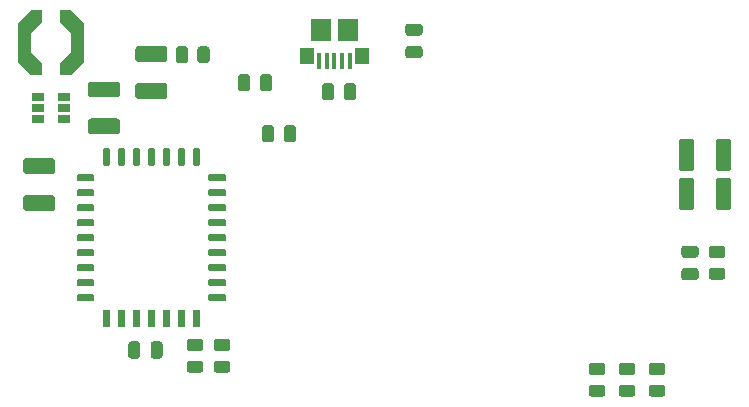
<source format=gbr>
G04 #@! TF.GenerationSoftware,KiCad,Pcbnew,5.1.5+dfsg1-2build2*
G04 #@! TF.CreationDate,2022-10-10T15:32:11+01:00*
G04 #@! TF.ProjectId,psion-speech-sp0256al2,7073696f-6e2d-4737-9065-6563682d7370,rev?*
G04 #@! TF.SameCoordinates,Original*
G04 #@! TF.FileFunction,Paste,Top*
G04 #@! TF.FilePolarity,Positive*
%FSLAX46Y46*%
G04 Gerber Fmt 4.6, Leading zero omitted, Abs format (unit mm)*
G04 Created by KiCad (PCBNEW 5.1.5+dfsg1-2build2) date 2022-10-10 15:32:11*
%MOMM*%
%LPD*%
G04 APERTURE LIST*
%ADD10C,0.100000*%
%ADD11R,1.060000X0.650000*%
%ADD12R,1.150000X1.450000*%
%ADD13R,1.750000X1.900000*%
%ADD14R,0.400000X1.400000*%
G04 APERTURE END LIST*
D10*
G36*
X104360505Y-117702204D02*
G01*
X104384773Y-117705804D01*
X104408572Y-117711765D01*
X104431671Y-117720030D01*
X104453850Y-117730520D01*
X104474893Y-117743132D01*
X104494599Y-117757747D01*
X104512777Y-117774223D01*
X104529253Y-117792401D01*
X104543868Y-117812107D01*
X104556480Y-117833150D01*
X104566970Y-117855329D01*
X104575235Y-117878428D01*
X104581196Y-117902227D01*
X104584796Y-117926495D01*
X104586000Y-117950999D01*
X104586000Y-118476001D01*
X104584796Y-118500505D01*
X104581196Y-118524773D01*
X104575235Y-118548572D01*
X104566970Y-118571671D01*
X104556480Y-118593850D01*
X104543868Y-118614893D01*
X104529253Y-118634599D01*
X104512777Y-118652777D01*
X104494599Y-118669253D01*
X104474893Y-118683868D01*
X104453850Y-118696480D01*
X104431671Y-118706970D01*
X104408572Y-118715235D01*
X104384773Y-118721196D01*
X104360505Y-118724796D01*
X104336001Y-118726000D01*
X103435999Y-118726000D01*
X103411495Y-118724796D01*
X103387227Y-118721196D01*
X103363428Y-118715235D01*
X103340329Y-118706970D01*
X103318150Y-118696480D01*
X103297107Y-118683868D01*
X103277401Y-118669253D01*
X103259223Y-118652777D01*
X103242747Y-118634599D01*
X103228132Y-118614893D01*
X103215520Y-118593850D01*
X103205030Y-118571671D01*
X103196765Y-118548572D01*
X103190804Y-118524773D01*
X103187204Y-118500505D01*
X103186000Y-118476001D01*
X103186000Y-117950999D01*
X103187204Y-117926495D01*
X103190804Y-117902227D01*
X103196765Y-117878428D01*
X103205030Y-117855329D01*
X103215520Y-117833150D01*
X103228132Y-117812107D01*
X103242747Y-117792401D01*
X103259223Y-117774223D01*
X103277401Y-117757747D01*
X103297107Y-117743132D01*
X103318150Y-117730520D01*
X103340329Y-117720030D01*
X103363428Y-117711765D01*
X103387227Y-117705804D01*
X103411495Y-117702204D01*
X103435999Y-117701000D01*
X104336001Y-117701000D01*
X104360505Y-117702204D01*
G37*
G36*
X104360505Y-119527204D02*
G01*
X104384773Y-119530804D01*
X104408572Y-119536765D01*
X104431671Y-119545030D01*
X104453850Y-119555520D01*
X104474893Y-119568132D01*
X104494599Y-119582747D01*
X104512777Y-119599223D01*
X104529253Y-119617401D01*
X104543868Y-119637107D01*
X104556480Y-119658150D01*
X104566970Y-119680329D01*
X104575235Y-119703428D01*
X104581196Y-119727227D01*
X104584796Y-119751495D01*
X104586000Y-119775999D01*
X104586000Y-120301001D01*
X104584796Y-120325505D01*
X104581196Y-120349773D01*
X104575235Y-120373572D01*
X104566970Y-120396671D01*
X104556480Y-120418850D01*
X104543868Y-120439893D01*
X104529253Y-120459599D01*
X104512777Y-120477777D01*
X104494599Y-120494253D01*
X104474893Y-120508868D01*
X104453850Y-120521480D01*
X104431671Y-120531970D01*
X104408572Y-120540235D01*
X104384773Y-120546196D01*
X104360505Y-120549796D01*
X104336001Y-120551000D01*
X103435999Y-120551000D01*
X103411495Y-120549796D01*
X103387227Y-120546196D01*
X103363428Y-120540235D01*
X103340329Y-120531970D01*
X103318150Y-120521480D01*
X103297107Y-120508868D01*
X103277401Y-120494253D01*
X103259223Y-120477777D01*
X103242747Y-120459599D01*
X103228132Y-120439893D01*
X103215520Y-120418850D01*
X103205030Y-120396671D01*
X103196765Y-120373572D01*
X103190804Y-120349773D01*
X103187204Y-120325505D01*
X103186000Y-120301001D01*
X103186000Y-119775999D01*
X103187204Y-119751495D01*
X103190804Y-119727227D01*
X103196765Y-119703428D01*
X103205030Y-119680329D01*
X103215520Y-119658150D01*
X103228132Y-119637107D01*
X103242747Y-119617401D01*
X103259223Y-119599223D01*
X103277401Y-119582747D01*
X103297107Y-119568132D01*
X103318150Y-119555520D01*
X103340329Y-119545030D01*
X103363428Y-119536765D01*
X103387227Y-119530804D01*
X103411495Y-119527204D01*
X103435999Y-119526000D01*
X104336001Y-119526000D01*
X104360505Y-119527204D01*
G37*
G36*
X101744505Y-108633204D02*
G01*
X101768773Y-108636804D01*
X101792572Y-108642765D01*
X101815671Y-108651030D01*
X101837850Y-108661520D01*
X101858893Y-108674132D01*
X101878599Y-108688747D01*
X101896777Y-108705223D01*
X101913253Y-108723401D01*
X101927868Y-108743107D01*
X101940480Y-108764150D01*
X101950970Y-108786329D01*
X101959235Y-108809428D01*
X101965196Y-108833227D01*
X101968796Y-108857495D01*
X101970000Y-108881999D01*
X101970000Y-111082001D01*
X101968796Y-111106505D01*
X101965196Y-111130773D01*
X101959235Y-111154572D01*
X101950970Y-111177671D01*
X101940480Y-111199850D01*
X101927868Y-111220893D01*
X101913253Y-111240599D01*
X101896777Y-111258777D01*
X101878599Y-111275253D01*
X101858893Y-111289868D01*
X101837850Y-111302480D01*
X101815671Y-111312970D01*
X101792572Y-111321235D01*
X101768773Y-111327196D01*
X101744505Y-111330796D01*
X101720001Y-111332000D01*
X100894999Y-111332000D01*
X100870495Y-111330796D01*
X100846227Y-111327196D01*
X100822428Y-111321235D01*
X100799329Y-111312970D01*
X100777150Y-111302480D01*
X100756107Y-111289868D01*
X100736401Y-111275253D01*
X100718223Y-111258777D01*
X100701747Y-111240599D01*
X100687132Y-111220893D01*
X100674520Y-111199850D01*
X100664030Y-111177671D01*
X100655765Y-111154572D01*
X100649804Y-111130773D01*
X100646204Y-111106505D01*
X100645000Y-111082001D01*
X100645000Y-108881999D01*
X100646204Y-108857495D01*
X100649804Y-108833227D01*
X100655765Y-108809428D01*
X100664030Y-108786329D01*
X100674520Y-108764150D01*
X100687132Y-108743107D01*
X100701747Y-108723401D01*
X100718223Y-108705223D01*
X100736401Y-108688747D01*
X100756107Y-108674132D01*
X100777150Y-108661520D01*
X100799329Y-108651030D01*
X100822428Y-108642765D01*
X100846227Y-108636804D01*
X100870495Y-108633204D01*
X100894999Y-108632000D01*
X101720001Y-108632000D01*
X101744505Y-108633204D01*
G37*
G36*
X104869505Y-108633204D02*
G01*
X104893773Y-108636804D01*
X104917572Y-108642765D01*
X104940671Y-108651030D01*
X104962850Y-108661520D01*
X104983893Y-108674132D01*
X105003599Y-108688747D01*
X105021777Y-108705223D01*
X105038253Y-108723401D01*
X105052868Y-108743107D01*
X105065480Y-108764150D01*
X105075970Y-108786329D01*
X105084235Y-108809428D01*
X105090196Y-108833227D01*
X105093796Y-108857495D01*
X105095000Y-108881999D01*
X105095000Y-111082001D01*
X105093796Y-111106505D01*
X105090196Y-111130773D01*
X105084235Y-111154572D01*
X105075970Y-111177671D01*
X105065480Y-111199850D01*
X105052868Y-111220893D01*
X105038253Y-111240599D01*
X105021777Y-111258777D01*
X105003599Y-111275253D01*
X104983893Y-111289868D01*
X104962850Y-111302480D01*
X104940671Y-111312970D01*
X104917572Y-111321235D01*
X104893773Y-111327196D01*
X104869505Y-111330796D01*
X104845001Y-111332000D01*
X104019999Y-111332000D01*
X103995495Y-111330796D01*
X103971227Y-111327196D01*
X103947428Y-111321235D01*
X103924329Y-111312970D01*
X103902150Y-111302480D01*
X103881107Y-111289868D01*
X103861401Y-111275253D01*
X103843223Y-111258777D01*
X103826747Y-111240599D01*
X103812132Y-111220893D01*
X103799520Y-111199850D01*
X103789030Y-111177671D01*
X103780765Y-111154572D01*
X103774804Y-111130773D01*
X103771204Y-111106505D01*
X103770000Y-111082001D01*
X103770000Y-108881999D01*
X103771204Y-108857495D01*
X103774804Y-108833227D01*
X103780765Y-108809428D01*
X103789030Y-108786329D01*
X103799520Y-108764150D01*
X103812132Y-108743107D01*
X103826747Y-108723401D01*
X103843223Y-108705223D01*
X103861401Y-108688747D01*
X103881107Y-108674132D01*
X103902150Y-108661520D01*
X103924329Y-108651030D01*
X103947428Y-108642765D01*
X103971227Y-108636804D01*
X103995495Y-108633204D01*
X104019999Y-108632000D01*
X104845001Y-108632000D01*
X104869505Y-108633204D01*
G37*
G36*
X104869505Y-111935204D02*
G01*
X104893773Y-111938804D01*
X104917572Y-111944765D01*
X104940671Y-111953030D01*
X104962850Y-111963520D01*
X104983893Y-111976132D01*
X105003599Y-111990747D01*
X105021777Y-112007223D01*
X105038253Y-112025401D01*
X105052868Y-112045107D01*
X105065480Y-112066150D01*
X105075970Y-112088329D01*
X105084235Y-112111428D01*
X105090196Y-112135227D01*
X105093796Y-112159495D01*
X105095000Y-112183999D01*
X105095000Y-114384001D01*
X105093796Y-114408505D01*
X105090196Y-114432773D01*
X105084235Y-114456572D01*
X105075970Y-114479671D01*
X105065480Y-114501850D01*
X105052868Y-114522893D01*
X105038253Y-114542599D01*
X105021777Y-114560777D01*
X105003599Y-114577253D01*
X104983893Y-114591868D01*
X104962850Y-114604480D01*
X104940671Y-114614970D01*
X104917572Y-114623235D01*
X104893773Y-114629196D01*
X104869505Y-114632796D01*
X104845001Y-114634000D01*
X104019999Y-114634000D01*
X103995495Y-114632796D01*
X103971227Y-114629196D01*
X103947428Y-114623235D01*
X103924329Y-114614970D01*
X103902150Y-114604480D01*
X103881107Y-114591868D01*
X103861401Y-114577253D01*
X103843223Y-114560777D01*
X103826747Y-114542599D01*
X103812132Y-114522893D01*
X103799520Y-114501850D01*
X103789030Y-114479671D01*
X103780765Y-114456572D01*
X103774804Y-114432773D01*
X103771204Y-114408505D01*
X103770000Y-114384001D01*
X103770000Y-112183999D01*
X103771204Y-112159495D01*
X103774804Y-112135227D01*
X103780765Y-112111428D01*
X103789030Y-112088329D01*
X103799520Y-112066150D01*
X103812132Y-112045107D01*
X103826747Y-112025401D01*
X103843223Y-112007223D01*
X103861401Y-111990747D01*
X103881107Y-111976132D01*
X103902150Y-111963520D01*
X103924329Y-111953030D01*
X103947428Y-111944765D01*
X103971227Y-111938804D01*
X103995495Y-111935204D01*
X104019999Y-111934000D01*
X104845001Y-111934000D01*
X104869505Y-111935204D01*
G37*
G36*
X101744505Y-111935204D02*
G01*
X101768773Y-111938804D01*
X101792572Y-111944765D01*
X101815671Y-111953030D01*
X101837850Y-111963520D01*
X101858893Y-111976132D01*
X101878599Y-111990747D01*
X101896777Y-112007223D01*
X101913253Y-112025401D01*
X101927868Y-112045107D01*
X101940480Y-112066150D01*
X101950970Y-112088329D01*
X101959235Y-112111428D01*
X101965196Y-112135227D01*
X101968796Y-112159495D01*
X101970000Y-112183999D01*
X101970000Y-114384001D01*
X101968796Y-114408505D01*
X101965196Y-114432773D01*
X101959235Y-114456572D01*
X101950970Y-114479671D01*
X101940480Y-114501850D01*
X101927868Y-114522893D01*
X101913253Y-114542599D01*
X101896777Y-114560777D01*
X101878599Y-114577253D01*
X101858893Y-114591868D01*
X101837850Y-114604480D01*
X101815671Y-114614970D01*
X101792572Y-114623235D01*
X101768773Y-114629196D01*
X101744505Y-114632796D01*
X101720001Y-114634000D01*
X100894999Y-114634000D01*
X100870495Y-114632796D01*
X100846227Y-114629196D01*
X100822428Y-114623235D01*
X100799329Y-114614970D01*
X100777150Y-114604480D01*
X100756107Y-114591868D01*
X100736401Y-114577253D01*
X100718223Y-114560777D01*
X100701747Y-114542599D01*
X100687132Y-114522893D01*
X100674520Y-114501850D01*
X100664030Y-114479671D01*
X100655765Y-114456572D01*
X100649804Y-114432773D01*
X100646204Y-114408505D01*
X100645000Y-114384001D01*
X100645000Y-112183999D01*
X100646204Y-112159495D01*
X100649804Y-112135227D01*
X100655765Y-112111428D01*
X100664030Y-112088329D01*
X100674520Y-112066150D01*
X100687132Y-112045107D01*
X100701747Y-112025401D01*
X100718223Y-112007223D01*
X100736401Y-111990747D01*
X100756107Y-111976132D01*
X100777150Y-111963520D01*
X100799329Y-111953030D01*
X100822428Y-111944765D01*
X100846227Y-111938804D01*
X100870495Y-111935204D01*
X100894999Y-111934000D01*
X101720001Y-111934000D01*
X101744505Y-111935204D01*
G37*
G36*
X68026504Y-107480204D02*
G01*
X68050773Y-107483804D01*
X68074571Y-107489765D01*
X68097671Y-107498030D01*
X68119849Y-107508520D01*
X68140893Y-107521133D01*
X68160598Y-107535747D01*
X68178777Y-107552223D01*
X68195253Y-107570402D01*
X68209867Y-107590107D01*
X68222480Y-107611151D01*
X68232970Y-107633329D01*
X68241235Y-107656429D01*
X68247196Y-107680227D01*
X68250796Y-107704496D01*
X68252000Y-107729000D01*
X68252000Y-108679000D01*
X68250796Y-108703504D01*
X68247196Y-108727773D01*
X68241235Y-108751571D01*
X68232970Y-108774671D01*
X68222480Y-108796849D01*
X68209867Y-108817893D01*
X68195253Y-108837598D01*
X68178777Y-108855777D01*
X68160598Y-108872253D01*
X68140893Y-108886867D01*
X68119849Y-108899480D01*
X68097671Y-108909970D01*
X68074571Y-108918235D01*
X68050773Y-108924196D01*
X68026504Y-108927796D01*
X68002000Y-108929000D01*
X67502000Y-108929000D01*
X67477496Y-108927796D01*
X67453227Y-108924196D01*
X67429429Y-108918235D01*
X67406329Y-108909970D01*
X67384151Y-108899480D01*
X67363107Y-108886867D01*
X67343402Y-108872253D01*
X67325223Y-108855777D01*
X67308747Y-108837598D01*
X67294133Y-108817893D01*
X67281520Y-108796849D01*
X67271030Y-108774671D01*
X67262765Y-108751571D01*
X67256804Y-108727773D01*
X67253204Y-108703504D01*
X67252000Y-108679000D01*
X67252000Y-107729000D01*
X67253204Y-107704496D01*
X67256804Y-107680227D01*
X67262765Y-107656429D01*
X67271030Y-107633329D01*
X67281520Y-107611151D01*
X67294133Y-107590107D01*
X67308747Y-107570402D01*
X67325223Y-107552223D01*
X67343402Y-107535747D01*
X67363107Y-107521133D01*
X67384151Y-107508520D01*
X67406329Y-107498030D01*
X67429429Y-107489765D01*
X67453227Y-107483804D01*
X67477496Y-107480204D01*
X67502000Y-107479000D01*
X68002000Y-107479000D01*
X68026504Y-107480204D01*
G37*
G36*
X66126504Y-107480204D02*
G01*
X66150773Y-107483804D01*
X66174571Y-107489765D01*
X66197671Y-107498030D01*
X66219849Y-107508520D01*
X66240893Y-107521133D01*
X66260598Y-107535747D01*
X66278777Y-107552223D01*
X66295253Y-107570402D01*
X66309867Y-107590107D01*
X66322480Y-107611151D01*
X66332970Y-107633329D01*
X66341235Y-107656429D01*
X66347196Y-107680227D01*
X66350796Y-107704496D01*
X66352000Y-107729000D01*
X66352000Y-108679000D01*
X66350796Y-108703504D01*
X66347196Y-108727773D01*
X66341235Y-108751571D01*
X66332970Y-108774671D01*
X66322480Y-108796849D01*
X66309867Y-108817893D01*
X66295253Y-108837598D01*
X66278777Y-108855777D01*
X66260598Y-108872253D01*
X66240893Y-108886867D01*
X66219849Y-108899480D01*
X66197671Y-108909970D01*
X66174571Y-108918235D01*
X66150773Y-108924196D01*
X66126504Y-108927796D01*
X66102000Y-108929000D01*
X65602000Y-108929000D01*
X65577496Y-108927796D01*
X65553227Y-108924196D01*
X65529429Y-108918235D01*
X65506329Y-108909970D01*
X65484151Y-108899480D01*
X65463107Y-108886867D01*
X65443402Y-108872253D01*
X65425223Y-108855777D01*
X65408747Y-108837598D01*
X65394133Y-108817893D01*
X65381520Y-108796849D01*
X65371030Y-108774671D01*
X65362765Y-108751571D01*
X65356804Y-108727773D01*
X65353204Y-108703504D01*
X65352000Y-108679000D01*
X65352000Y-107729000D01*
X65353204Y-107704496D01*
X65356804Y-107680227D01*
X65362765Y-107656429D01*
X65371030Y-107633329D01*
X65381520Y-107611151D01*
X65394133Y-107590107D01*
X65408747Y-107570402D01*
X65425223Y-107552223D01*
X65443402Y-107535747D01*
X65463107Y-107521133D01*
X65484151Y-107508520D01*
X65506329Y-107498030D01*
X65529429Y-107489765D01*
X65553227Y-107483804D01*
X65577496Y-107480204D01*
X65602000Y-107479000D01*
X66102000Y-107479000D01*
X66126504Y-107480204D01*
G37*
G36*
X65994504Y-103162204D02*
G01*
X66018773Y-103165804D01*
X66042571Y-103171765D01*
X66065671Y-103180030D01*
X66087849Y-103190520D01*
X66108893Y-103203133D01*
X66128598Y-103217747D01*
X66146777Y-103234223D01*
X66163253Y-103252402D01*
X66177867Y-103272107D01*
X66190480Y-103293151D01*
X66200970Y-103315329D01*
X66209235Y-103338429D01*
X66215196Y-103362227D01*
X66218796Y-103386496D01*
X66220000Y-103411000D01*
X66220000Y-104361000D01*
X66218796Y-104385504D01*
X66215196Y-104409773D01*
X66209235Y-104433571D01*
X66200970Y-104456671D01*
X66190480Y-104478849D01*
X66177867Y-104499893D01*
X66163253Y-104519598D01*
X66146777Y-104537777D01*
X66128598Y-104554253D01*
X66108893Y-104568867D01*
X66087849Y-104581480D01*
X66065671Y-104591970D01*
X66042571Y-104600235D01*
X66018773Y-104606196D01*
X65994504Y-104609796D01*
X65970000Y-104611000D01*
X65470000Y-104611000D01*
X65445496Y-104609796D01*
X65421227Y-104606196D01*
X65397429Y-104600235D01*
X65374329Y-104591970D01*
X65352151Y-104581480D01*
X65331107Y-104568867D01*
X65311402Y-104554253D01*
X65293223Y-104537777D01*
X65276747Y-104519598D01*
X65262133Y-104499893D01*
X65249520Y-104478849D01*
X65239030Y-104456671D01*
X65230765Y-104433571D01*
X65224804Y-104409773D01*
X65221204Y-104385504D01*
X65220000Y-104361000D01*
X65220000Y-103411000D01*
X65221204Y-103386496D01*
X65224804Y-103362227D01*
X65230765Y-103338429D01*
X65239030Y-103315329D01*
X65249520Y-103293151D01*
X65262133Y-103272107D01*
X65276747Y-103252402D01*
X65293223Y-103234223D01*
X65311402Y-103217747D01*
X65331107Y-103203133D01*
X65352151Y-103190520D01*
X65374329Y-103180030D01*
X65397429Y-103171765D01*
X65421227Y-103165804D01*
X65445496Y-103162204D01*
X65470000Y-103161000D01*
X65970000Y-103161000D01*
X65994504Y-103162204D01*
G37*
G36*
X64094504Y-103162204D02*
G01*
X64118773Y-103165804D01*
X64142571Y-103171765D01*
X64165671Y-103180030D01*
X64187849Y-103190520D01*
X64208893Y-103203133D01*
X64228598Y-103217747D01*
X64246777Y-103234223D01*
X64263253Y-103252402D01*
X64277867Y-103272107D01*
X64290480Y-103293151D01*
X64300970Y-103315329D01*
X64309235Y-103338429D01*
X64315196Y-103362227D01*
X64318796Y-103386496D01*
X64320000Y-103411000D01*
X64320000Y-104361000D01*
X64318796Y-104385504D01*
X64315196Y-104409773D01*
X64309235Y-104433571D01*
X64300970Y-104456671D01*
X64290480Y-104478849D01*
X64277867Y-104499893D01*
X64263253Y-104519598D01*
X64246777Y-104537777D01*
X64228598Y-104554253D01*
X64208893Y-104568867D01*
X64187849Y-104581480D01*
X64165671Y-104591970D01*
X64142571Y-104600235D01*
X64118773Y-104606196D01*
X64094504Y-104609796D01*
X64070000Y-104611000D01*
X63570000Y-104611000D01*
X63545496Y-104609796D01*
X63521227Y-104606196D01*
X63497429Y-104600235D01*
X63474329Y-104591970D01*
X63452151Y-104581480D01*
X63431107Y-104568867D01*
X63411402Y-104554253D01*
X63393223Y-104537777D01*
X63376747Y-104519598D01*
X63362133Y-104499893D01*
X63349520Y-104478849D01*
X63339030Y-104456671D01*
X63330765Y-104433571D01*
X63324804Y-104409773D01*
X63321204Y-104385504D01*
X63320000Y-104361000D01*
X63320000Y-103411000D01*
X63321204Y-103386496D01*
X63324804Y-103362227D01*
X63330765Y-103338429D01*
X63339030Y-103315329D01*
X63349520Y-103293151D01*
X63362133Y-103272107D01*
X63376747Y-103252402D01*
X63393223Y-103234223D01*
X63411402Y-103217747D01*
X63431107Y-103203133D01*
X63452151Y-103190520D01*
X63474329Y-103180030D01*
X63497429Y-103171765D01*
X63521227Y-103165804D01*
X63545496Y-103162204D01*
X63570000Y-103161000D01*
X64070000Y-103161000D01*
X64094504Y-103162204D01*
G37*
D11*
X48600000Y-106000000D03*
X48600000Y-105050000D03*
X48600000Y-106950000D03*
X46400000Y-106950000D03*
X46400000Y-106000000D03*
X46400000Y-105050000D03*
D10*
G36*
X57434703Y-109425722D02*
G01*
X57449264Y-109427882D01*
X57463543Y-109431459D01*
X57477403Y-109436418D01*
X57490710Y-109442712D01*
X57503336Y-109450280D01*
X57515159Y-109459048D01*
X57526066Y-109468934D01*
X57535952Y-109479841D01*
X57544720Y-109491664D01*
X57552288Y-109504290D01*
X57558582Y-109517597D01*
X57563541Y-109531457D01*
X57567118Y-109545736D01*
X57569278Y-109560297D01*
X57570000Y-109575000D01*
X57570000Y-110750000D01*
X57569278Y-110764703D01*
X57567118Y-110779264D01*
X57563541Y-110793543D01*
X57558582Y-110807403D01*
X57552288Y-110820710D01*
X57544720Y-110833336D01*
X57535952Y-110845159D01*
X57526066Y-110856066D01*
X57515159Y-110865952D01*
X57503336Y-110874720D01*
X57490710Y-110882288D01*
X57477403Y-110888582D01*
X57463543Y-110893541D01*
X57449264Y-110897118D01*
X57434703Y-110899278D01*
X57420000Y-110900000D01*
X57120000Y-110900000D01*
X57105297Y-110899278D01*
X57090736Y-110897118D01*
X57076457Y-110893541D01*
X57062597Y-110888582D01*
X57049290Y-110882288D01*
X57036664Y-110874720D01*
X57024841Y-110865952D01*
X57013934Y-110856066D01*
X57004048Y-110845159D01*
X56995280Y-110833336D01*
X56987712Y-110820710D01*
X56981418Y-110807403D01*
X56976459Y-110793543D01*
X56972882Y-110779264D01*
X56970722Y-110764703D01*
X56970000Y-110750000D01*
X56970000Y-109575000D01*
X56970722Y-109560297D01*
X56972882Y-109545736D01*
X56976459Y-109531457D01*
X56981418Y-109517597D01*
X56987712Y-109504290D01*
X56995280Y-109491664D01*
X57004048Y-109479841D01*
X57013934Y-109468934D01*
X57024841Y-109459048D01*
X57036664Y-109450280D01*
X57049290Y-109442712D01*
X57062597Y-109436418D01*
X57076457Y-109431459D01*
X57090736Y-109427882D01*
X57105297Y-109425722D01*
X57120000Y-109425000D01*
X57420000Y-109425000D01*
X57434703Y-109425722D01*
G37*
G36*
X58704703Y-109425722D02*
G01*
X58719264Y-109427882D01*
X58733543Y-109431459D01*
X58747403Y-109436418D01*
X58760710Y-109442712D01*
X58773336Y-109450280D01*
X58785159Y-109459048D01*
X58796066Y-109468934D01*
X58805952Y-109479841D01*
X58814720Y-109491664D01*
X58822288Y-109504290D01*
X58828582Y-109517597D01*
X58833541Y-109531457D01*
X58837118Y-109545736D01*
X58839278Y-109560297D01*
X58840000Y-109575000D01*
X58840000Y-110750000D01*
X58839278Y-110764703D01*
X58837118Y-110779264D01*
X58833541Y-110793543D01*
X58828582Y-110807403D01*
X58822288Y-110820710D01*
X58814720Y-110833336D01*
X58805952Y-110845159D01*
X58796066Y-110856066D01*
X58785159Y-110865952D01*
X58773336Y-110874720D01*
X58760710Y-110882288D01*
X58747403Y-110888582D01*
X58733543Y-110893541D01*
X58719264Y-110897118D01*
X58704703Y-110899278D01*
X58690000Y-110900000D01*
X58390000Y-110900000D01*
X58375297Y-110899278D01*
X58360736Y-110897118D01*
X58346457Y-110893541D01*
X58332597Y-110888582D01*
X58319290Y-110882288D01*
X58306664Y-110874720D01*
X58294841Y-110865952D01*
X58283934Y-110856066D01*
X58274048Y-110845159D01*
X58265280Y-110833336D01*
X58257712Y-110820710D01*
X58251418Y-110807403D01*
X58246459Y-110793543D01*
X58242882Y-110779264D01*
X58240722Y-110764703D01*
X58240000Y-110750000D01*
X58240000Y-109575000D01*
X58240722Y-109560297D01*
X58242882Y-109545736D01*
X58246459Y-109531457D01*
X58251418Y-109517597D01*
X58257712Y-109504290D01*
X58265280Y-109491664D01*
X58274048Y-109479841D01*
X58283934Y-109468934D01*
X58294841Y-109459048D01*
X58306664Y-109450280D01*
X58319290Y-109442712D01*
X58332597Y-109436418D01*
X58346457Y-109431459D01*
X58360736Y-109427882D01*
X58375297Y-109425722D01*
X58390000Y-109425000D01*
X58690000Y-109425000D01*
X58704703Y-109425722D01*
G37*
G36*
X59974703Y-109425722D02*
G01*
X59989264Y-109427882D01*
X60003543Y-109431459D01*
X60017403Y-109436418D01*
X60030710Y-109442712D01*
X60043336Y-109450280D01*
X60055159Y-109459048D01*
X60066066Y-109468934D01*
X60075952Y-109479841D01*
X60084720Y-109491664D01*
X60092288Y-109504290D01*
X60098582Y-109517597D01*
X60103541Y-109531457D01*
X60107118Y-109545736D01*
X60109278Y-109560297D01*
X60110000Y-109575000D01*
X60110000Y-110750000D01*
X60109278Y-110764703D01*
X60107118Y-110779264D01*
X60103541Y-110793543D01*
X60098582Y-110807403D01*
X60092288Y-110820710D01*
X60084720Y-110833336D01*
X60075952Y-110845159D01*
X60066066Y-110856066D01*
X60055159Y-110865952D01*
X60043336Y-110874720D01*
X60030710Y-110882288D01*
X60017403Y-110888582D01*
X60003543Y-110893541D01*
X59989264Y-110897118D01*
X59974703Y-110899278D01*
X59960000Y-110900000D01*
X59660000Y-110900000D01*
X59645297Y-110899278D01*
X59630736Y-110897118D01*
X59616457Y-110893541D01*
X59602597Y-110888582D01*
X59589290Y-110882288D01*
X59576664Y-110874720D01*
X59564841Y-110865952D01*
X59553934Y-110856066D01*
X59544048Y-110845159D01*
X59535280Y-110833336D01*
X59527712Y-110820710D01*
X59521418Y-110807403D01*
X59516459Y-110793543D01*
X59512882Y-110779264D01*
X59510722Y-110764703D01*
X59510000Y-110750000D01*
X59510000Y-109575000D01*
X59510722Y-109560297D01*
X59512882Y-109545736D01*
X59516459Y-109531457D01*
X59521418Y-109517597D01*
X59527712Y-109504290D01*
X59535280Y-109491664D01*
X59544048Y-109479841D01*
X59553934Y-109468934D01*
X59564841Y-109459048D01*
X59576664Y-109450280D01*
X59589290Y-109442712D01*
X59602597Y-109436418D01*
X59616457Y-109431459D01*
X59630736Y-109427882D01*
X59645297Y-109425722D01*
X59660000Y-109425000D01*
X59960000Y-109425000D01*
X59974703Y-109425722D01*
G37*
G36*
X62164703Y-111620722D02*
G01*
X62179264Y-111622882D01*
X62193543Y-111626459D01*
X62207403Y-111631418D01*
X62220710Y-111637712D01*
X62233336Y-111645280D01*
X62245159Y-111654048D01*
X62256066Y-111663934D01*
X62265952Y-111674841D01*
X62274720Y-111686664D01*
X62282288Y-111699290D01*
X62288582Y-111712597D01*
X62293541Y-111726457D01*
X62297118Y-111740736D01*
X62299278Y-111755297D01*
X62300000Y-111770000D01*
X62300000Y-112070000D01*
X62299278Y-112084703D01*
X62297118Y-112099264D01*
X62293541Y-112113543D01*
X62288582Y-112127403D01*
X62282288Y-112140710D01*
X62274720Y-112153336D01*
X62265952Y-112165159D01*
X62256066Y-112176066D01*
X62245159Y-112185952D01*
X62233336Y-112194720D01*
X62220710Y-112202288D01*
X62207403Y-112208582D01*
X62193543Y-112213541D01*
X62179264Y-112217118D01*
X62164703Y-112219278D01*
X62150000Y-112220000D01*
X60975000Y-112220000D01*
X60960297Y-112219278D01*
X60945736Y-112217118D01*
X60931457Y-112213541D01*
X60917597Y-112208582D01*
X60904290Y-112202288D01*
X60891664Y-112194720D01*
X60879841Y-112185952D01*
X60868934Y-112176066D01*
X60859048Y-112165159D01*
X60850280Y-112153336D01*
X60842712Y-112140710D01*
X60836418Y-112127403D01*
X60831459Y-112113543D01*
X60827882Y-112099264D01*
X60825722Y-112084703D01*
X60825000Y-112070000D01*
X60825000Y-111770000D01*
X60825722Y-111755297D01*
X60827882Y-111740736D01*
X60831459Y-111726457D01*
X60836418Y-111712597D01*
X60842712Y-111699290D01*
X60850280Y-111686664D01*
X60859048Y-111674841D01*
X60868934Y-111663934D01*
X60879841Y-111654048D01*
X60891664Y-111645280D01*
X60904290Y-111637712D01*
X60917597Y-111631418D01*
X60931457Y-111626459D01*
X60945736Y-111622882D01*
X60960297Y-111620722D01*
X60975000Y-111620000D01*
X62150000Y-111620000D01*
X62164703Y-111620722D01*
G37*
G36*
X62164703Y-112890722D02*
G01*
X62179264Y-112892882D01*
X62193543Y-112896459D01*
X62207403Y-112901418D01*
X62220710Y-112907712D01*
X62233336Y-112915280D01*
X62245159Y-112924048D01*
X62256066Y-112933934D01*
X62265952Y-112944841D01*
X62274720Y-112956664D01*
X62282288Y-112969290D01*
X62288582Y-112982597D01*
X62293541Y-112996457D01*
X62297118Y-113010736D01*
X62299278Y-113025297D01*
X62300000Y-113040000D01*
X62300000Y-113340000D01*
X62299278Y-113354703D01*
X62297118Y-113369264D01*
X62293541Y-113383543D01*
X62288582Y-113397403D01*
X62282288Y-113410710D01*
X62274720Y-113423336D01*
X62265952Y-113435159D01*
X62256066Y-113446066D01*
X62245159Y-113455952D01*
X62233336Y-113464720D01*
X62220710Y-113472288D01*
X62207403Y-113478582D01*
X62193543Y-113483541D01*
X62179264Y-113487118D01*
X62164703Y-113489278D01*
X62150000Y-113490000D01*
X60975000Y-113490000D01*
X60960297Y-113489278D01*
X60945736Y-113487118D01*
X60931457Y-113483541D01*
X60917597Y-113478582D01*
X60904290Y-113472288D01*
X60891664Y-113464720D01*
X60879841Y-113455952D01*
X60868934Y-113446066D01*
X60859048Y-113435159D01*
X60850280Y-113423336D01*
X60842712Y-113410710D01*
X60836418Y-113397403D01*
X60831459Y-113383543D01*
X60827882Y-113369264D01*
X60825722Y-113354703D01*
X60825000Y-113340000D01*
X60825000Y-113040000D01*
X60825722Y-113025297D01*
X60827882Y-113010736D01*
X60831459Y-112996457D01*
X60836418Y-112982597D01*
X60842712Y-112969290D01*
X60850280Y-112956664D01*
X60859048Y-112944841D01*
X60868934Y-112933934D01*
X60879841Y-112924048D01*
X60891664Y-112915280D01*
X60904290Y-112907712D01*
X60917597Y-112901418D01*
X60931457Y-112896459D01*
X60945736Y-112892882D01*
X60960297Y-112890722D01*
X60975000Y-112890000D01*
X62150000Y-112890000D01*
X62164703Y-112890722D01*
G37*
G36*
X62164703Y-114160722D02*
G01*
X62179264Y-114162882D01*
X62193543Y-114166459D01*
X62207403Y-114171418D01*
X62220710Y-114177712D01*
X62233336Y-114185280D01*
X62245159Y-114194048D01*
X62256066Y-114203934D01*
X62265952Y-114214841D01*
X62274720Y-114226664D01*
X62282288Y-114239290D01*
X62288582Y-114252597D01*
X62293541Y-114266457D01*
X62297118Y-114280736D01*
X62299278Y-114295297D01*
X62300000Y-114310000D01*
X62300000Y-114610000D01*
X62299278Y-114624703D01*
X62297118Y-114639264D01*
X62293541Y-114653543D01*
X62288582Y-114667403D01*
X62282288Y-114680710D01*
X62274720Y-114693336D01*
X62265952Y-114705159D01*
X62256066Y-114716066D01*
X62245159Y-114725952D01*
X62233336Y-114734720D01*
X62220710Y-114742288D01*
X62207403Y-114748582D01*
X62193543Y-114753541D01*
X62179264Y-114757118D01*
X62164703Y-114759278D01*
X62150000Y-114760000D01*
X60975000Y-114760000D01*
X60960297Y-114759278D01*
X60945736Y-114757118D01*
X60931457Y-114753541D01*
X60917597Y-114748582D01*
X60904290Y-114742288D01*
X60891664Y-114734720D01*
X60879841Y-114725952D01*
X60868934Y-114716066D01*
X60859048Y-114705159D01*
X60850280Y-114693336D01*
X60842712Y-114680710D01*
X60836418Y-114667403D01*
X60831459Y-114653543D01*
X60827882Y-114639264D01*
X60825722Y-114624703D01*
X60825000Y-114610000D01*
X60825000Y-114310000D01*
X60825722Y-114295297D01*
X60827882Y-114280736D01*
X60831459Y-114266457D01*
X60836418Y-114252597D01*
X60842712Y-114239290D01*
X60850280Y-114226664D01*
X60859048Y-114214841D01*
X60868934Y-114203934D01*
X60879841Y-114194048D01*
X60891664Y-114185280D01*
X60904290Y-114177712D01*
X60917597Y-114171418D01*
X60931457Y-114166459D01*
X60945736Y-114162882D01*
X60960297Y-114160722D01*
X60975000Y-114160000D01*
X62150000Y-114160000D01*
X62164703Y-114160722D01*
G37*
G36*
X62164703Y-115430722D02*
G01*
X62179264Y-115432882D01*
X62193543Y-115436459D01*
X62207403Y-115441418D01*
X62220710Y-115447712D01*
X62233336Y-115455280D01*
X62245159Y-115464048D01*
X62256066Y-115473934D01*
X62265952Y-115484841D01*
X62274720Y-115496664D01*
X62282288Y-115509290D01*
X62288582Y-115522597D01*
X62293541Y-115536457D01*
X62297118Y-115550736D01*
X62299278Y-115565297D01*
X62300000Y-115580000D01*
X62300000Y-115880000D01*
X62299278Y-115894703D01*
X62297118Y-115909264D01*
X62293541Y-115923543D01*
X62288582Y-115937403D01*
X62282288Y-115950710D01*
X62274720Y-115963336D01*
X62265952Y-115975159D01*
X62256066Y-115986066D01*
X62245159Y-115995952D01*
X62233336Y-116004720D01*
X62220710Y-116012288D01*
X62207403Y-116018582D01*
X62193543Y-116023541D01*
X62179264Y-116027118D01*
X62164703Y-116029278D01*
X62150000Y-116030000D01*
X60975000Y-116030000D01*
X60960297Y-116029278D01*
X60945736Y-116027118D01*
X60931457Y-116023541D01*
X60917597Y-116018582D01*
X60904290Y-116012288D01*
X60891664Y-116004720D01*
X60879841Y-115995952D01*
X60868934Y-115986066D01*
X60859048Y-115975159D01*
X60850280Y-115963336D01*
X60842712Y-115950710D01*
X60836418Y-115937403D01*
X60831459Y-115923543D01*
X60827882Y-115909264D01*
X60825722Y-115894703D01*
X60825000Y-115880000D01*
X60825000Y-115580000D01*
X60825722Y-115565297D01*
X60827882Y-115550736D01*
X60831459Y-115536457D01*
X60836418Y-115522597D01*
X60842712Y-115509290D01*
X60850280Y-115496664D01*
X60859048Y-115484841D01*
X60868934Y-115473934D01*
X60879841Y-115464048D01*
X60891664Y-115455280D01*
X60904290Y-115447712D01*
X60917597Y-115441418D01*
X60931457Y-115436459D01*
X60945736Y-115432882D01*
X60960297Y-115430722D01*
X60975000Y-115430000D01*
X62150000Y-115430000D01*
X62164703Y-115430722D01*
G37*
G36*
X62164703Y-116700722D02*
G01*
X62179264Y-116702882D01*
X62193543Y-116706459D01*
X62207403Y-116711418D01*
X62220710Y-116717712D01*
X62233336Y-116725280D01*
X62245159Y-116734048D01*
X62256066Y-116743934D01*
X62265952Y-116754841D01*
X62274720Y-116766664D01*
X62282288Y-116779290D01*
X62288582Y-116792597D01*
X62293541Y-116806457D01*
X62297118Y-116820736D01*
X62299278Y-116835297D01*
X62300000Y-116850000D01*
X62300000Y-117150000D01*
X62299278Y-117164703D01*
X62297118Y-117179264D01*
X62293541Y-117193543D01*
X62288582Y-117207403D01*
X62282288Y-117220710D01*
X62274720Y-117233336D01*
X62265952Y-117245159D01*
X62256066Y-117256066D01*
X62245159Y-117265952D01*
X62233336Y-117274720D01*
X62220710Y-117282288D01*
X62207403Y-117288582D01*
X62193543Y-117293541D01*
X62179264Y-117297118D01*
X62164703Y-117299278D01*
X62150000Y-117300000D01*
X60975000Y-117300000D01*
X60960297Y-117299278D01*
X60945736Y-117297118D01*
X60931457Y-117293541D01*
X60917597Y-117288582D01*
X60904290Y-117282288D01*
X60891664Y-117274720D01*
X60879841Y-117265952D01*
X60868934Y-117256066D01*
X60859048Y-117245159D01*
X60850280Y-117233336D01*
X60842712Y-117220710D01*
X60836418Y-117207403D01*
X60831459Y-117193543D01*
X60827882Y-117179264D01*
X60825722Y-117164703D01*
X60825000Y-117150000D01*
X60825000Y-116850000D01*
X60825722Y-116835297D01*
X60827882Y-116820736D01*
X60831459Y-116806457D01*
X60836418Y-116792597D01*
X60842712Y-116779290D01*
X60850280Y-116766664D01*
X60859048Y-116754841D01*
X60868934Y-116743934D01*
X60879841Y-116734048D01*
X60891664Y-116725280D01*
X60904290Y-116717712D01*
X60917597Y-116711418D01*
X60931457Y-116706459D01*
X60945736Y-116702882D01*
X60960297Y-116700722D01*
X60975000Y-116700000D01*
X62150000Y-116700000D01*
X62164703Y-116700722D01*
G37*
G36*
X62164703Y-117970722D02*
G01*
X62179264Y-117972882D01*
X62193543Y-117976459D01*
X62207403Y-117981418D01*
X62220710Y-117987712D01*
X62233336Y-117995280D01*
X62245159Y-118004048D01*
X62256066Y-118013934D01*
X62265952Y-118024841D01*
X62274720Y-118036664D01*
X62282288Y-118049290D01*
X62288582Y-118062597D01*
X62293541Y-118076457D01*
X62297118Y-118090736D01*
X62299278Y-118105297D01*
X62300000Y-118120000D01*
X62300000Y-118420000D01*
X62299278Y-118434703D01*
X62297118Y-118449264D01*
X62293541Y-118463543D01*
X62288582Y-118477403D01*
X62282288Y-118490710D01*
X62274720Y-118503336D01*
X62265952Y-118515159D01*
X62256066Y-118526066D01*
X62245159Y-118535952D01*
X62233336Y-118544720D01*
X62220710Y-118552288D01*
X62207403Y-118558582D01*
X62193543Y-118563541D01*
X62179264Y-118567118D01*
X62164703Y-118569278D01*
X62150000Y-118570000D01*
X60975000Y-118570000D01*
X60960297Y-118569278D01*
X60945736Y-118567118D01*
X60931457Y-118563541D01*
X60917597Y-118558582D01*
X60904290Y-118552288D01*
X60891664Y-118544720D01*
X60879841Y-118535952D01*
X60868934Y-118526066D01*
X60859048Y-118515159D01*
X60850280Y-118503336D01*
X60842712Y-118490710D01*
X60836418Y-118477403D01*
X60831459Y-118463543D01*
X60827882Y-118449264D01*
X60825722Y-118434703D01*
X60825000Y-118420000D01*
X60825000Y-118120000D01*
X60825722Y-118105297D01*
X60827882Y-118090736D01*
X60831459Y-118076457D01*
X60836418Y-118062597D01*
X60842712Y-118049290D01*
X60850280Y-118036664D01*
X60859048Y-118024841D01*
X60868934Y-118013934D01*
X60879841Y-118004048D01*
X60891664Y-117995280D01*
X60904290Y-117987712D01*
X60917597Y-117981418D01*
X60931457Y-117976459D01*
X60945736Y-117972882D01*
X60960297Y-117970722D01*
X60975000Y-117970000D01*
X62150000Y-117970000D01*
X62164703Y-117970722D01*
G37*
G36*
X62164703Y-119240722D02*
G01*
X62179264Y-119242882D01*
X62193543Y-119246459D01*
X62207403Y-119251418D01*
X62220710Y-119257712D01*
X62233336Y-119265280D01*
X62245159Y-119274048D01*
X62256066Y-119283934D01*
X62265952Y-119294841D01*
X62274720Y-119306664D01*
X62282288Y-119319290D01*
X62288582Y-119332597D01*
X62293541Y-119346457D01*
X62297118Y-119360736D01*
X62299278Y-119375297D01*
X62300000Y-119390000D01*
X62300000Y-119690000D01*
X62299278Y-119704703D01*
X62297118Y-119719264D01*
X62293541Y-119733543D01*
X62288582Y-119747403D01*
X62282288Y-119760710D01*
X62274720Y-119773336D01*
X62265952Y-119785159D01*
X62256066Y-119796066D01*
X62245159Y-119805952D01*
X62233336Y-119814720D01*
X62220710Y-119822288D01*
X62207403Y-119828582D01*
X62193543Y-119833541D01*
X62179264Y-119837118D01*
X62164703Y-119839278D01*
X62150000Y-119840000D01*
X60975000Y-119840000D01*
X60960297Y-119839278D01*
X60945736Y-119837118D01*
X60931457Y-119833541D01*
X60917597Y-119828582D01*
X60904290Y-119822288D01*
X60891664Y-119814720D01*
X60879841Y-119805952D01*
X60868934Y-119796066D01*
X60859048Y-119785159D01*
X60850280Y-119773336D01*
X60842712Y-119760710D01*
X60836418Y-119747403D01*
X60831459Y-119733543D01*
X60827882Y-119719264D01*
X60825722Y-119704703D01*
X60825000Y-119690000D01*
X60825000Y-119390000D01*
X60825722Y-119375297D01*
X60827882Y-119360736D01*
X60831459Y-119346457D01*
X60836418Y-119332597D01*
X60842712Y-119319290D01*
X60850280Y-119306664D01*
X60859048Y-119294841D01*
X60868934Y-119283934D01*
X60879841Y-119274048D01*
X60891664Y-119265280D01*
X60904290Y-119257712D01*
X60917597Y-119251418D01*
X60931457Y-119246459D01*
X60945736Y-119242882D01*
X60960297Y-119240722D01*
X60975000Y-119240000D01*
X62150000Y-119240000D01*
X62164703Y-119240722D01*
G37*
G36*
X62164703Y-120510722D02*
G01*
X62179264Y-120512882D01*
X62193543Y-120516459D01*
X62207403Y-120521418D01*
X62220710Y-120527712D01*
X62233336Y-120535280D01*
X62245159Y-120544048D01*
X62256066Y-120553934D01*
X62265952Y-120564841D01*
X62274720Y-120576664D01*
X62282288Y-120589290D01*
X62288582Y-120602597D01*
X62293541Y-120616457D01*
X62297118Y-120630736D01*
X62299278Y-120645297D01*
X62300000Y-120660000D01*
X62300000Y-120960000D01*
X62299278Y-120974703D01*
X62297118Y-120989264D01*
X62293541Y-121003543D01*
X62288582Y-121017403D01*
X62282288Y-121030710D01*
X62274720Y-121043336D01*
X62265952Y-121055159D01*
X62256066Y-121066066D01*
X62245159Y-121075952D01*
X62233336Y-121084720D01*
X62220710Y-121092288D01*
X62207403Y-121098582D01*
X62193543Y-121103541D01*
X62179264Y-121107118D01*
X62164703Y-121109278D01*
X62150000Y-121110000D01*
X60975000Y-121110000D01*
X60960297Y-121109278D01*
X60945736Y-121107118D01*
X60931457Y-121103541D01*
X60917597Y-121098582D01*
X60904290Y-121092288D01*
X60891664Y-121084720D01*
X60879841Y-121075952D01*
X60868934Y-121066066D01*
X60859048Y-121055159D01*
X60850280Y-121043336D01*
X60842712Y-121030710D01*
X60836418Y-121017403D01*
X60831459Y-121003543D01*
X60827882Y-120989264D01*
X60825722Y-120974703D01*
X60825000Y-120960000D01*
X60825000Y-120660000D01*
X60825722Y-120645297D01*
X60827882Y-120630736D01*
X60831459Y-120616457D01*
X60836418Y-120602597D01*
X60842712Y-120589290D01*
X60850280Y-120576664D01*
X60859048Y-120564841D01*
X60868934Y-120553934D01*
X60879841Y-120544048D01*
X60891664Y-120535280D01*
X60904290Y-120527712D01*
X60917597Y-120521418D01*
X60931457Y-120516459D01*
X60945736Y-120512882D01*
X60960297Y-120510722D01*
X60975000Y-120510000D01*
X62150000Y-120510000D01*
X62164703Y-120510722D01*
G37*
G36*
X62164703Y-121780722D02*
G01*
X62179264Y-121782882D01*
X62193543Y-121786459D01*
X62207403Y-121791418D01*
X62220710Y-121797712D01*
X62233336Y-121805280D01*
X62245159Y-121814048D01*
X62256066Y-121823934D01*
X62265952Y-121834841D01*
X62274720Y-121846664D01*
X62282288Y-121859290D01*
X62288582Y-121872597D01*
X62293541Y-121886457D01*
X62297118Y-121900736D01*
X62299278Y-121915297D01*
X62300000Y-121930000D01*
X62300000Y-122230000D01*
X62299278Y-122244703D01*
X62297118Y-122259264D01*
X62293541Y-122273543D01*
X62288582Y-122287403D01*
X62282288Y-122300710D01*
X62274720Y-122313336D01*
X62265952Y-122325159D01*
X62256066Y-122336066D01*
X62245159Y-122345952D01*
X62233336Y-122354720D01*
X62220710Y-122362288D01*
X62207403Y-122368582D01*
X62193543Y-122373541D01*
X62179264Y-122377118D01*
X62164703Y-122379278D01*
X62150000Y-122380000D01*
X60975000Y-122380000D01*
X60960297Y-122379278D01*
X60945736Y-122377118D01*
X60931457Y-122373541D01*
X60917597Y-122368582D01*
X60904290Y-122362288D01*
X60891664Y-122354720D01*
X60879841Y-122345952D01*
X60868934Y-122336066D01*
X60859048Y-122325159D01*
X60850280Y-122313336D01*
X60842712Y-122300710D01*
X60836418Y-122287403D01*
X60831459Y-122273543D01*
X60827882Y-122259264D01*
X60825722Y-122244703D01*
X60825000Y-122230000D01*
X60825000Y-121930000D01*
X60825722Y-121915297D01*
X60827882Y-121900736D01*
X60831459Y-121886457D01*
X60836418Y-121872597D01*
X60842712Y-121859290D01*
X60850280Y-121846664D01*
X60859048Y-121834841D01*
X60868934Y-121823934D01*
X60879841Y-121814048D01*
X60891664Y-121805280D01*
X60904290Y-121797712D01*
X60917597Y-121791418D01*
X60931457Y-121786459D01*
X60945736Y-121782882D01*
X60960297Y-121780722D01*
X60975000Y-121780000D01*
X62150000Y-121780000D01*
X62164703Y-121780722D01*
G37*
G36*
X59974703Y-123100722D02*
G01*
X59989264Y-123102882D01*
X60003543Y-123106459D01*
X60017403Y-123111418D01*
X60030710Y-123117712D01*
X60043336Y-123125280D01*
X60055159Y-123134048D01*
X60066066Y-123143934D01*
X60075952Y-123154841D01*
X60084720Y-123166664D01*
X60092288Y-123179290D01*
X60098582Y-123192597D01*
X60103541Y-123206457D01*
X60107118Y-123220736D01*
X60109278Y-123235297D01*
X60110000Y-123250000D01*
X60110000Y-124425000D01*
X60109278Y-124439703D01*
X60107118Y-124454264D01*
X60103541Y-124468543D01*
X60098582Y-124482403D01*
X60092288Y-124495710D01*
X60084720Y-124508336D01*
X60075952Y-124520159D01*
X60066066Y-124531066D01*
X60055159Y-124540952D01*
X60043336Y-124549720D01*
X60030710Y-124557288D01*
X60017403Y-124563582D01*
X60003543Y-124568541D01*
X59989264Y-124572118D01*
X59974703Y-124574278D01*
X59960000Y-124575000D01*
X59660000Y-124575000D01*
X59645297Y-124574278D01*
X59630736Y-124572118D01*
X59616457Y-124568541D01*
X59602597Y-124563582D01*
X59589290Y-124557288D01*
X59576664Y-124549720D01*
X59564841Y-124540952D01*
X59553934Y-124531066D01*
X59544048Y-124520159D01*
X59535280Y-124508336D01*
X59527712Y-124495710D01*
X59521418Y-124482403D01*
X59516459Y-124468543D01*
X59512882Y-124454264D01*
X59510722Y-124439703D01*
X59510000Y-124425000D01*
X59510000Y-123250000D01*
X59510722Y-123235297D01*
X59512882Y-123220736D01*
X59516459Y-123206457D01*
X59521418Y-123192597D01*
X59527712Y-123179290D01*
X59535280Y-123166664D01*
X59544048Y-123154841D01*
X59553934Y-123143934D01*
X59564841Y-123134048D01*
X59576664Y-123125280D01*
X59589290Y-123117712D01*
X59602597Y-123111418D01*
X59616457Y-123106459D01*
X59630736Y-123102882D01*
X59645297Y-123100722D01*
X59660000Y-123100000D01*
X59960000Y-123100000D01*
X59974703Y-123100722D01*
G37*
G36*
X58704703Y-123100722D02*
G01*
X58719264Y-123102882D01*
X58733543Y-123106459D01*
X58747403Y-123111418D01*
X58760710Y-123117712D01*
X58773336Y-123125280D01*
X58785159Y-123134048D01*
X58796066Y-123143934D01*
X58805952Y-123154841D01*
X58814720Y-123166664D01*
X58822288Y-123179290D01*
X58828582Y-123192597D01*
X58833541Y-123206457D01*
X58837118Y-123220736D01*
X58839278Y-123235297D01*
X58840000Y-123250000D01*
X58840000Y-124425000D01*
X58839278Y-124439703D01*
X58837118Y-124454264D01*
X58833541Y-124468543D01*
X58828582Y-124482403D01*
X58822288Y-124495710D01*
X58814720Y-124508336D01*
X58805952Y-124520159D01*
X58796066Y-124531066D01*
X58785159Y-124540952D01*
X58773336Y-124549720D01*
X58760710Y-124557288D01*
X58747403Y-124563582D01*
X58733543Y-124568541D01*
X58719264Y-124572118D01*
X58704703Y-124574278D01*
X58690000Y-124575000D01*
X58390000Y-124575000D01*
X58375297Y-124574278D01*
X58360736Y-124572118D01*
X58346457Y-124568541D01*
X58332597Y-124563582D01*
X58319290Y-124557288D01*
X58306664Y-124549720D01*
X58294841Y-124540952D01*
X58283934Y-124531066D01*
X58274048Y-124520159D01*
X58265280Y-124508336D01*
X58257712Y-124495710D01*
X58251418Y-124482403D01*
X58246459Y-124468543D01*
X58242882Y-124454264D01*
X58240722Y-124439703D01*
X58240000Y-124425000D01*
X58240000Y-123250000D01*
X58240722Y-123235297D01*
X58242882Y-123220736D01*
X58246459Y-123206457D01*
X58251418Y-123192597D01*
X58257712Y-123179290D01*
X58265280Y-123166664D01*
X58274048Y-123154841D01*
X58283934Y-123143934D01*
X58294841Y-123134048D01*
X58306664Y-123125280D01*
X58319290Y-123117712D01*
X58332597Y-123111418D01*
X58346457Y-123106459D01*
X58360736Y-123102882D01*
X58375297Y-123100722D01*
X58390000Y-123100000D01*
X58690000Y-123100000D01*
X58704703Y-123100722D01*
G37*
G36*
X57434703Y-123100722D02*
G01*
X57449264Y-123102882D01*
X57463543Y-123106459D01*
X57477403Y-123111418D01*
X57490710Y-123117712D01*
X57503336Y-123125280D01*
X57515159Y-123134048D01*
X57526066Y-123143934D01*
X57535952Y-123154841D01*
X57544720Y-123166664D01*
X57552288Y-123179290D01*
X57558582Y-123192597D01*
X57563541Y-123206457D01*
X57567118Y-123220736D01*
X57569278Y-123235297D01*
X57570000Y-123250000D01*
X57570000Y-124425000D01*
X57569278Y-124439703D01*
X57567118Y-124454264D01*
X57563541Y-124468543D01*
X57558582Y-124482403D01*
X57552288Y-124495710D01*
X57544720Y-124508336D01*
X57535952Y-124520159D01*
X57526066Y-124531066D01*
X57515159Y-124540952D01*
X57503336Y-124549720D01*
X57490710Y-124557288D01*
X57477403Y-124563582D01*
X57463543Y-124568541D01*
X57449264Y-124572118D01*
X57434703Y-124574278D01*
X57420000Y-124575000D01*
X57120000Y-124575000D01*
X57105297Y-124574278D01*
X57090736Y-124572118D01*
X57076457Y-124568541D01*
X57062597Y-124563582D01*
X57049290Y-124557288D01*
X57036664Y-124549720D01*
X57024841Y-124540952D01*
X57013934Y-124531066D01*
X57004048Y-124520159D01*
X56995280Y-124508336D01*
X56987712Y-124495710D01*
X56981418Y-124482403D01*
X56976459Y-124468543D01*
X56972882Y-124454264D01*
X56970722Y-124439703D01*
X56970000Y-124425000D01*
X56970000Y-123250000D01*
X56970722Y-123235297D01*
X56972882Y-123220736D01*
X56976459Y-123206457D01*
X56981418Y-123192597D01*
X56987712Y-123179290D01*
X56995280Y-123166664D01*
X57004048Y-123154841D01*
X57013934Y-123143934D01*
X57024841Y-123134048D01*
X57036664Y-123125280D01*
X57049290Y-123117712D01*
X57062597Y-123111418D01*
X57076457Y-123106459D01*
X57090736Y-123102882D01*
X57105297Y-123100722D01*
X57120000Y-123100000D01*
X57420000Y-123100000D01*
X57434703Y-123100722D01*
G37*
G36*
X56164703Y-123100722D02*
G01*
X56179264Y-123102882D01*
X56193543Y-123106459D01*
X56207403Y-123111418D01*
X56220710Y-123117712D01*
X56233336Y-123125280D01*
X56245159Y-123134048D01*
X56256066Y-123143934D01*
X56265952Y-123154841D01*
X56274720Y-123166664D01*
X56282288Y-123179290D01*
X56288582Y-123192597D01*
X56293541Y-123206457D01*
X56297118Y-123220736D01*
X56299278Y-123235297D01*
X56300000Y-123250000D01*
X56300000Y-124425000D01*
X56299278Y-124439703D01*
X56297118Y-124454264D01*
X56293541Y-124468543D01*
X56288582Y-124482403D01*
X56282288Y-124495710D01*
X56274720Y-124508336D01*
X56265952Y-124520159D01*
X56256066Y-124531066D01*
X56245159Y-124540952D01*
X56233336Y-124549720D01*
X56220710Y-124557288D01*
X56207403Y-124563582D01*
X56193543Y-124568541D01*
X56179264Y-124572118D01*
X56164703Y-124574278D01*
X56150000Y-124575000D01*
X55850000Y-124575000D01*
X55835297Y-124574278D01*
X55820736Y-124572118D01*
X55806457Y-124568541D01*
X55792597Y-124563582D01*
X55779290Y-124557288D01*
X55766664Y-124549720D01*
X55754841Y-124540952D01*
X55743934Y-124531066D01*
X55734048Y-124520159D01*
X55725280Y-124508336D01*
X55717712Y-124495710D01*
X55711418Y-124482403D01*
X55706459Y-124468543D01*
X55702882Y-124454264D01*
X55700722Y-124439703D01*
X55700000Y-124425000D01*
X55700000Y-123250000D01*
X55700722Y-123235297D01*
X55702882Y-123220736D01*
X55706459Y-123206457D01*
X55711418Y-123192597D01*
X55717712Y-123179290D01*
X55725280Y-123166664D01*
X55734048Y-123154841D01*
X55743934Y-123143934D01*
X55754841Y-123134048D01*
X55766664Y-123125280D01*
X55779290Y-123117712D01*
X55792597Y-123111418D01*
X55806457Y-123106459D01*
X55820736Y-123102882D01*
X55835297Y-123100722D01*
X55850000Y-123100000D01*
X56150000Y-123100000D01*
X56164703Y-123100722D01*
G37*
G36*
X54894703Y-123100722D02*
G01*
X54909264Y-123102882D01*
X54923543Y-123106459D01*
X54937403Y-123111418D01*
X54950710Y-123117712D01*
X54963336Y-123125280D01*
X54975159Y-123134048D01*
X54986066Y-123143934D01*
X54995952Y-123154841D01*
X55004720Y-123166664D01*
X55012288Y-123179290D01*
X55018582Y-123192597D01*
X55023541Y-123206457D01*
X55027118Y-123220736D01*
X55029278Y-123235297D01*
X55030000Y-123250000D01*
X55030000Y-124425000D01*
X55029278Y-124439703D01*
X55027118Y-124454264D01*
X55023541Y-124468543D01*
X55018582Y-124482403D01*
X55012288Y-124495710D01*
X55004720Y-124508336D01*
X54995952Y-124520159D01*
X54986066Y-124531066D01*
X54975159Y-124540952D01*
X54963336Y-124549720D01*
X54950710Y-124557288D01*
X54937403Y-124563582D01*
X54923543Y-124568541D01*
X54909264Y-124572118D01*
X54894703Y-124574278D01*
X54880000Y-124575000D01*
X54580000Y-124575000D01*
X54565297Y-124574278D01*
X54550736Y-124572118D01*
X54536457Y-124568541D01*
X54522597Y-124563582D01*
X54509290Y-124557288D01*
X54496664Y-124549720D01*
X54484841Y-124540952D01*
X54473934Y-124531066D01*
X54464048Y-124520159D01*
X54455280Y-124508336D01*
X54447712Y-124495710D01*
X54441418Y-124482403D01*
X54436459Y-124468543D01*
X54432882Y-124454264D01*
X54430722Y-124439703D01*
X54430000Y-124425000D01*
X54430000Y-123250000D01*
X54430722Y-123235297D01*
X54432882Y-123220736D01*
X54436459Y-123206457D01*
X54441418Y-123192597D01*
X54447712Y-123179290D01*
X54455280Y-123166664D01*
X54464048Y-123154841D01*
X54473934Y-123143934D01*
X54484841Y-123134048D01*
X54496664Y-123125280D01*
X54509290Y-123117712D01*
X54522597Y-123111418D01*
X54536457Y-123106459D01*
X54550736Y-123102882D01*
X54565297Y-123100722D01*
X54580000Y-123100000D01*
X54880000Y-123100000D01*
X54894703Y-123100722D01*
G37*
G36*
X53624703Y-123100722D02*
G01*
X53639264Y-123102882D01*
X53653543Y-123106459D01*
X53667403Y-123111418D01*
X53680710Y-123117712D01*
X53693336Y-123125280D01*
X53705159Y-123134048D01*
X53716066Y-123143934D01*
X53725952Y-123154841D01*
X53734720Y-123166664D01*
X53742288Y-123179290D01*
X53748582Y-123192597D01*
X53753541Y-123206457D01*
X53757118Y-123220736D01*
X53759278Y-123235297D01*
X53760000Y-123250000D01*
X53760000Y-124425000D01*
X53759278Y-124439703D01*
X53757118Y-124454264D01*
X53753541Y-124468543D01*
X53748582Y-124482403D01*
X53742288Y-124495710D01*
X53734720Y-124508336D01*
X53725952Y-124520159D01*
X53716066Y-124531066D01*
X53705159Y-124540952D01*
X53693336Y-124549720D01*
X53680710Y-124557288D01*
X53667403Y-124563582D01*
X53653543Y-124568541D01*
X53639264Y-124572118D01*
X53624703Y-124574278D01*
X53610000Y-124575000D01*
X53310000Y-124575000D01*
X53295297Y-124574278D01*
X53280736Y-124572118D01*
X53266457Y-124568541D01*
X53252597Y-124563582D01*
X53239290Y-124557288D01*
X53226664Y-124549720D01*
X53214841Y-124540952D01*
X53203934Y-124531066D01*
X53194048Y-124520159D01*
X53185280Y-124508336D01*
X53177712Y-124495710D01*
X53171418Y-124482403D01*
X53166459Y-124468543D01*
X53162882Y-124454264D01*
X53160722Y-124439703D01*
X53160000Y-124425000D01*
X53160000Y-123250000D01*
X53160722Y-123235297D01*
X53162882Y-123220736D01*
X53166459Y-123206457D01*
X53171418Y-123192597D01*
X53177712Y-123179290D01*
X53185280Y-123166664D01*
X53194048Y-123154841D01*
X53203934Y-123143934D01*
X53214841Y-123134048D01*
X53226664Y-123125280D01*
X53239290Y-123117712D01*
X53252597Y-123111418D01*
X53266457Y-123106459D01*
X53280736Y-123102882D01*
X53295297Y-123100722D01*
X53310000Y-123100000D01*
X53610000Y-123100000D01*
X53624703Y-123100722D01*
G37*
G36*
X52354703Y-123100722D02*
G01*
X52369264Y-123102882D01*
X52383543Y-123106459D01*
X52397403Y-123111418D01*
X52410710Y-123117712D01*
X52423336Y-123125280D01*
X52435159Y-123134048D01*
X52446066Y-123143934D01*
X52455952Y-123154841D01*
X52464720Y-123166664D01*
X52472288Y-123179290D01*
X52478582Y-123192597D01*
X52483541Y-123206457D01*
X52487118Y-123220736D01*
X52489278Y-123235297D01*
X52490000Y-123250000D01*
X52490000Y-124425000D01*
X52489278Y-124439703D01*
X52487118Y-124454264D01*
X52483541Y-124468543D01*
X52478582Y-124482403D01*
X52472288Y-124495710D01*
X52464720Y-124508336D01*
X52455952Y-124520159D01*
X52446066Y-124531066D01*
X52435159Y-124540952D01*
X52423336Y-124549720D01*
X52410710Y-124557288D01*
X52397403Y-124563582D01*
X52383543Y-124568541D01*
X52369264Y-124572118D01*
X52354703Y-124574278D01*
X52340000Y-124575000D01*
X52040000Y-124575000D01*
X52025297Y-124574278D01*
X52010736Y-124572118D01*
X51996457Y-124568541D01*
X51982597Y-124563582D01*
X51969290Y-124557288D01*
X51956664Y-124549720D01*
X51944841Y-124540952D01*
X51933934Y-124531066D01*
X51924048Y-124520159D01*
X51915280Y-124508336D01*
X51907712Y-124495710D01*
X51901418Y-124482403D01*
X51896459Y-124468543D01*
X51892882Y-124454264D01*
X51890722Y-124439703D01*
X51890000Y-124425000D01*
X51890000Y-123250000D01*
X51890722Y-123235297D01*
X51892882Y-123220736D01*
X51896459Y-123206457D01*
X51901418Y-123192597D01*
X51907712Y-123179290D01*
X51915280Y-123166664D01*
X51924048Y-123154841D01*
X51933934Y-123143934D01*
X51944841Y-123134048D01*
X51956664Y-123125280D01*
X51969290Y-123117712D01*
X51982597Y-123111418D01*
X51996457Y-123106459D01*
X52010736Y-123102882D01*
X52025297Y-123100722D01*
X52040000Y-123100000D01*
X52340000Y-123100000D01*
X52354703Y-123100722D01*
G37*
G36*
X51039703Y-121780722D02*
G01*
X51054264Y-121782882D01*
X51068543Y-121786459D01*
X51082403Y-121791418D01*
X51095710Y-121797712D01*
X51108336Y-121805280D01*
X51120159Y-121814048D01*
X51131066Y-121823934D01*
X51140952Y-121834841D01*
X51149720Y-121846664D01*
X51157288Y-121859290D01*
X51163582Y-121872597D01*
X51168541Y-121886457D01*
X51172118Y-121900736D01*
X51174278Y-121915297D01*
X51175000Y-121930000D01*
X51175000Y-122230000D01*
X51174278Y-122244703D01*
X51172118Y-122259264D01*
X51168541Y-122273543D01*
X51163582Y-122287403D01*
X51157288Y-122300710D01*
X51149720Y-122313336D01*
X51140952Y-122325159D01*
X51131066Y-122336066D01*
X51120159Y-122345952D01*
X51108336Y-122354720D01*
X51095710Y-122362288D01*
X51082403Y-122368582D01*
X51068543Y-122373541D01*
X51054264Y-122377118D01*
X51039703Y-122379278D01*
X51025000Y-122380000D01*
X49850000Y-122380000D01*
X49835297Y-122379278D01*
X49820736Y-122377118D01*
X49806457Y-122373541D01*
X49792597Y-122368582D01*
X49779290Y-122362288D01*
X49766664Y-122354720D01*
X49754841Y-122345952D01*
X49743934Y-122336066D01*
X49734048Y-122325159D01*
X49725280Y-122313336D01*
X49717712Y-122300710D01*
X49711418Y-122287403D01*
X49706459Y-122273543D01*
X49702882Y-122259264D01*
X49700722Y-122244703D01*
X49700000Y-122230000D01*
X49700000Y-121930000D01*
X49700722Y-121915297D01*
X49702882Y-121900736D01*
X49706459Y-121886457D01*
X49711418Y-121872597D01*
X49717712Y-121859290D01*
X49725280Y-121846664D01*
X49734048Y-121834841D01*
X49743934Y-121823934D01*
X49754841Y-121814048D01*
X49766664Y-121805280D01*
X49779290Y-121797712D01*
X49792597Y-121791418D01*
X49806457Y-121786459D01*
X49820736Y-121782882D01*
X49835297Y-121780722D01*
X49850000Y-121780000D01*
X51025000Y-121780000D01*
X51039703Y-121780722D01*
G37*
G36*
X51039703Y-120510722D02*
G01*
X51054264Y-120512882D01*
X51068543Y-120516459D01*
X51082403Y-120521418D01*
X51095710Y-120527712D01*
X51108336Y-120535280D01*
X51120159Y-120544048D01*
X51131066Y-120553934D01*
X51140952Y-120564841D01*
X51149720Y-120576664D01*
X51157288Y-120589290D01*
X51163582Y-120602597D01*
X51168541Y-120616457D01*
X51172118Y-120630736D01*
X51174278Y-120645297D01*
X51175000Y-120660000D01*
X51175000Y-120960000D01*
X51174278Y-120974703D01*
X51172118Y-120989264D01*
X51168541Y-121003543D01*
X51163582Y-121017403D01*
X51157288Y-121030710D01*
X51149720Y-121043336D01*
X51140952Y-121055159D01*
X51131066Y-121066066D01*
X51120159Y-121075952D01*
X51108336Y-121084720D01*
X51095710Y-121092288D01*
X51082403Y-121098582D01*
X51068543Y-121103541D01*
X51054264Y-121107118D01*
X51039703Y-121109278D01*
X51025000Y-121110000D01*
X49850000Y-121110000D01*
X49835297Y-121109278D01*
X49820736Y-121107118D01*
X49806457Y-121103541D01*
X49792597Y-121098582D01*
X49779290Y-121092288D01*
X49766664Y-121084720D01*
X49754841Y-121075952D01*
X49743934Y-121066066D01*
X49734048Y-121055159D01*
X49725280Y-121043336D01*
X49717712Y-121030710D01*
X49711418Y-121017403D01*
X49706459Y-121003543D01*
X49702882Y-120989264D01*
X49700722Y-120974703D01*
X49700000Y-120960000D01*
X49700000Y-120660000D01*
X49700722Y-120645297D01*
X49702882Y-120630736D01*
X49706459Y-120616457D01*
X49711418Y-120602597D01*
X49717712Y-120589290D01*
X49725280Y-120576664D01*
X49734048Y-120564841D01*
X49743934Y-120553934D01*
X49754841Y-120544048D01*
X49766664Y-120535280D01*
X49779290Y-120527712D01*
X49792597Y-120521418D01*
X49806457Y-120516459D01*
X49820736Y-120512882D01*
X49835297Y-120510722D01*
X49850000Y-120510000D01*
X51025000Y-120510000D01*
X51039703Y-120510722D01*
G37*
G36*
X51039703Y-119240722D02*
G01*
X51054264Y-119242882D01*
X51068543Y-119246459D01*
X51082403Y-119251418D01*
X51095710Y-119257712D01*
X51108336Y-119265280D01*
X51120159Y-119274048D01*
X51131066Y-119283934D01*
X51140952Y-119294841D01*
X51149720Y-119306664D01*
X51157288Y-119319290D01*
X51163582Y-119332597D01*
X51168541Y-119346457D01*
X51172118Y-119360736D01*
X51174278Y-119375297D01*
X51175000Y-119390000D01*
X51175000Y-119690000D01*
X51174278Y-119704703D01*
X51172118Y-119719264D01*
X51168541Y-119733543D01*
X51163582Y-119747403D01*
X51157288Y-119760710D01*
X51149720Y-119773336D01*
X51140952Y-119785159D01*
X51131066Y-119796066D01*
X51120159Y-119805952D01*
X51108336Y-119814720D01*
X51095710Y-119822288D01*
X51082403Y-119828582D01*
X51068543Y-119833541D01*
X51054264Y-119837118D01*
X51039703Y-119839278D01*
X51025000Y-119840000D01*
X49850000Y-119840000D01*
X49835297Y-119839278D01*
X49820736Y-119837118D01*
X49806457Y-119833541D01*
X49792597Y-119828582D01*
X49779290Y-119822288D01*
X49766664Y-119814720D01*
X49754841Y-119805952D01*
X49743934Y-119796066D01*
X49734048Y-119785159D01*
X49725280Y-119773336D01*
X49717712Y-119760710D01*
X49711418Y-119747403D01*
X49706459Y-119733543D01*
X49702882Y-119719264D01*
X49700722Y-119704703D01*
X49700000Y-119690000D01*
X49700000Y-119390000D01*
X49700722Y-119375297D01*
X49702882Y-119360736D01*
X49706459Y-119346457D01*
X49711418Y-119332597D01*
X49717712Y-119319290D01*
X49725280Y-119306664D01*
X49734048Y-119294841D01*
X49743934Y-119283934D01*
X49754841Y-119274048D01*
X49766664Y-119265280D01*
X49779290Y-119257712D01*
X49792597Y-119251418D01*
X49806457Y-119246459D01*
X49820736Y-119242882D01*
X49835297Y-119240722D01*
X49850000Y-119240000D01*
X51025000Y-119240000D01*
X51039703Y-119240722D01*
G37*
G36*
X51039703Y-117970722D02*
G01*
X51054264Y-117972882D01*
X51068543Y-117976459D01*
X51082403Y-117981418D01*
X51095710Y-117987712D01*
X51108336Y-117995280D01*
X51120159Y-118004048D01*
X51131066Y-118013934D01*
X51140952Y-118024841D01*
X51149720Y-118036664D01*
X51157288Y-118049290D01*
X51163582Y-118062597D01*
X51168541Y-118076457D01*
X51172118Y-118090736D01*
X51174278Y-118105297D01*
X51175000Y-118120000D01*
X51175000Y-118420000D01*
X51174278Y-118434703D01*
X51172118Y-118449264D01*
X51168541Y-118463543D01*
X51163582Y-118477403D01*
X51157288Y-118490710D01*
X51149720Y-118503336D01*
X51140952Y-118515159D01*
X51131066Y-118526066D01*
X51120159Y-118535952D01*
X51108336Y-118544720D01*
X51095710Y-118552288D01*
X51082403Y-118558582D01*
X51068543Y-118563541D01*
X51054264Y-118567118D01*
X51039703Y-118569278D01*
X51025000Y-118570000D01*
X49850000Y-118570000D01*
X49835297Y-118569278D01*
X49820736Y-118567118D01*
X49806457Y-118563541D01*
X49792597Y-118558582D01*
X49779290Y-118552288D01*
X49766664Y-118544720D01*
X49754841Y-118535952D01*
X49743934Y-118526066D01*
X49734048Y-118515159D01*
X49725280Y-118503336D01*
X49717712Y-118490710D01*
X49711418Y-118477403D01*
X49706459Y-118463543D01*
X49702882Y-118449264D01*
X49700722Y-118434703D01*
X49700000Y-118420000D01*
X49700000Y-118120000D01*
X49700722Y-118105297D01*
X49702882Y-118090736D01*
X49706459Y-118076457D01*
X49711418Y-118062597D01*
X49717712Y-118049290D01*
X49725280Y-118036664D01*
X49734048Y-118024841D01*
X49743934Y-118013934D01*
X49754841Y-118004048D01*
X49766664Y-117995280D01*
X49779290Y-117987712D01*
X49792597Y-117981418D01*
X49806457Y-117976459D01*
X49820736Y-117972882D01*
X49835297Y-117970722D01*
X49850000Y-117970000D01*
X51025000Y-117970000D01*
X51039703Y-117970722D01*
G37*
G36*
X51039703Y-116700722D02*
G01*
X51054264Y-116702882D01*
X51068543Y-116706459D01*
X51082403Y-116711418D01*
X51095710Y-116717712D01*
X51108336Y-116725280D01*
X51120159Y-116734048D01*
X51131066Y-116743934D01*
X51140952Y-116754841D01*
X51149720Y-116766664D01*
X51157288Y-116779290D01*
X51163582Y-116792597D01*
X51168541Y-116806457D01*
X51172118Y-116820736D01*
X51174278Y-116835297D01*
X51175000Y-116850000D01*
X51175000Y-117150000D01*
X51174278Y-117164703D01*
X51172118Y-117179264D01*
X51168541Y-117193543D01*
X51163582Y-117207403D01*
X51157288Y-117220710D01*
X51149720Y-117233336D01*
X51140952Y-117245159D01*
X51131066Y-117256066D01*
X51120159Y-117265952D01*
X51108336Y-117274720D01*
X51095710Y-117282288D01*
X51082403Y-117288582D01*
X51068543Y-117293541D01*
X51054264Y-117297118D01*
X51039703Y-117299278D01*
X51025000Y-117300000D01*
X49850000Y-117300000D01*
X49835297Y-117299278D01*
X49820736Y-117297118D01*
X49806457Y-117293541D01*
X49792597Y-117288582D01*
X49779290Y-117282288D01*
X49766664Y-117274720D01*
X49754841Y-117265952D01*
X49743934Y-117256066D01*
X49734048Y-117245159D01*
X49725280Y-117233336D01*
X49717712Y-117220710D01*
X49711418Y-117207403D01*
X49706459Y-117193543D01*
X49702882Y-117179264D01*
X49700722Y-117164703D01*
X49700000Y-117150000D01*
X49700000Y-116850000D01*
X49700722Y-116835297D01*
X49702882Y-116820736D01*
X49706459Y-116806457D01*
X49711418Y-116792597D01*
X49717712Y-116779290D01*
X49725280Y-116766664D01*
X49734048Y-116754841D01*
X49743934Y-116743934D01*
X49754841Y-116734048D01*
X49766664Y-116725280D01*
X49779290Y-116717712D01*
X49792597Y-116711418D01*
X49806457Y-116706459D01*
X49820736Y-116702882D01*
X49835297Y-116700722D01*
X49850000Y-116700000D01*
X51025000Y-116700000D01*
X51039703Y-116700722D01*
G37*
G36*
X51039703Y-115430722D02*
G01*
X51054264Y-115432882D01*
X51068543Y-115436459D01*
X51082403Y-115441418D01*
X51095710Y-115447712D01*
X51108336Y-115455280D01*
X51120159Y-115464048D01*
X51131066Y-115473934D01*
X51140952Y-115484841D01*
X51149720Y-115496664D01*
X51157288Y-115509290D01*
X51163582Y-115522597D01*
X51168541Y-115536457D01*
X51172118Y-115550736D01*
X51174278Y-115565297D01*
X51175000Y-115580000D01*
X51175000Y-115880000D01*
X51174278Y-115894703D01*
X51172118Y-115909264D01*
X51168541Y-115923543D01*
X51163582Y-115937403D01*
X51157288Y-115950710D01*
X51149720Y-115963336D01*
X51140952Y-115975159D01*
X51131066Y-115986066D01*
X51120159Y-115995952D01*
X51108336Y-116004720D01*
X51095710Y-116012288D01*
X51082403Y-116018582D01*
X51068543Y-116023541D01*
X51054264Y-116027118D01*
X51039703Y-116029278D01*
X51025000Y-116030000D01*
X49850000Y-116030000D01*
X49835297Y-116029278D01*
X49820736Y-116027118D01*
X49806457Y-116023541D01*
X49792597Y-116018582D01*
X49779290Y-116012288D01*
X49766664Y-116004720D01*
X49754841Y-115995952D01*
X49743934Y-115986066D01*
X49734048Y-115975159D01*
X49725280Y-115963336D01*
X49717712Y-115950710D01*
X49711418Y-115937403D01*
X49706459Y-115923543D01*
X49702882Y-115909264D01*
X49700722Y-115894703D01*
X49700000Y-115880000D01*
X49700000Y-115580000D01*
X49700722Y-115565297D01*
X49702882Y-115550736D01*
X49706459Y-115536457D01*
X49711418Y-115522597D01*
X49717712Y-115509290D01*
X49725280Y-115496664D01*
X49734048Y-115484841D01*
X49743934Y-115473934D01*
X49754841Y-115464048D01*
X49766664Y-115455280D01*
X49779290Y-115447712D01*
X49792597Y-115441418D01*
X49806457Y-115436459D01*
X49820736Y-115432882D01*
X49835297Y-115430722D01*
X49850000Y-115430000D01*
X51025000Y-115430000D01*
X51039703Y-115430722D01*
G37*
G36*
X51039703Y-114160722D02*
G01*
X51054264Y-114162882D01*
X51068543Y-114166459D01*
X51082403Y-114171418D01*
X51095710Y-114177712D01*
X51108336Y-114185280D01*
X51120159Y-114194048D01*
X51131066Y-114203934D01*
X51140952Y-114214841D01*
X51149720Y-114226664D01*
X51157288Y-114239290D01*
X51163582Y-114252597D01*
X51168541Y-114266457D01*
X51172118Y-114280736D01*
X51174278Y-114295297D01*
X51175000Y-114310000D01*
X51175000Y-114610000D01*
X51174278Y-114624703D01*
X51172118Y-114639264D01*
X51168541Y-114653543D01*
X51163582Y-114667403D01*
X51157288Y-114680710D01*
X51149720Y-114693336D01*
X51140952Y-114705159D01*
X51131066Y-114716066D01*
X51120159Y-114725952D01*
X51108336Y-114734720D01*
X51095710Y-114742288D01*
X51082403Y-114748582D01*
X51068543Y-114753541D01*
X51054264Y-114757118D01*
X51039703Y-114759278D01*
X51025000Y-114760000D01*
X49850000Y-114760000D01*
X49835297Y-114759278D01*
X49820736Y-114757118D01*
X49806457Y-114753541D01*
X49792597Y-114748582D01*
X49779290Y-114742288D01*
X49766664Y-114734720D01*
X49754841Y-114725952D01*
X49743934Y-114716066D01*
X49734048Y-114705159D01*
X49725280Y-114693336D01*
X49717712Y-114680710D01*
X49711418Y-114667403D01*
X49706459Y-114653543D01*
X49702882Y-114639264D01*
X49700722Y-114624703D01*
X49700000Y-114610000D01*
X49700000Y-114310000D01*
X49700722Y-114295297D01*
X49702882Y-114280736D01*
X49706459Y-114266457D01*
X49711418Y-114252597D01*
X49717712Y-114239290D01*
X49725280Y-114226664D01*
X49734048Y-114214841D01*
X49743934Y-114203934D01*
X49754841Y-114194048D01*
X49766664Y-114185280D01*
X49779290Y-114177712D01*
X49792597Y-114171418D01*
X49806457Y-114166459D01*
X49820736Y-114162882D01*
X49835297Y-114160722D01*
X49850000Y-114160000D01*
X51025000Y-114160000D01*
X51039703Y-114160722D01*
G37*
G36*
X51039703Y-112890722D02*
G01*
X51054264Y-112892882D01*
X51068543Y-112896459D01*
X51082403Y-112901418D01*
X51095710Y-112907712D01*
X51108336Y-112915280D01*
X51120159Y-112924048D01*
X51131066Y-112933934D01*
X51140952Y-112944841D01*
X51149720Y-112956664D01*
X51157288Y-112969290D01*
X51163582Y-112982597D01*
X51168541Y-112996457D01*
X51172118Y-113010736D01*
X51174278Y-113025297D01*
X51175000Y-113040000D01*
X51175000Y-113340000D01*
X51174278Y-113354703D01*
X51172118Y-113369264D01*
X51168541Y-113383543D01*
X51163582Y-113397403D01*
X51157288Y-113410710D01*
X51149720Y-113423336D01*
X51140952Y-113435159D01*
X51131066Y-113446066D01*
X51120159Y-113455952D01*
X51108336Y-113464720D01*
X51095710Y-113472288D01*
X51082403Y-113478582D01*
X51068543Y-113483541D01*
X51054264Y-113487118D01*
X51039703Y-113489278D01*
X51025000Y-113490000D01*
X49850000Y-113490000D01*
X49835297Y-113489278D01*
X49820736Y-113487118D01*
X49806457Y-113483541D01*
X49792597Y-113478582D01*
X49779290Y-113472288D01*
X49766664Y-113464720D01*
X49754841Y-113455952D01*
X49743934Y-113446066D01*
X49734048Y-113435159D01*
X49725280Y-113423336D01*
X49717712Y-113410710D01*
X49711418Y-113397403D01*
X49706459Y-113383543D01*
X49702882Y-113369264D01*
X49700722Y-113354703D01*
X49700000Y-113340000D01*
X49700000Y-113040000D01*
X49700722Y-113025297D01*
X49702882Y-113010736D01*
X49706459Y-112996457D01*
X49711418Y-112982597D01*
X49717712Y-112969290D01*
X49725280Y-112956664D01*
X49734048Y-112944841D01*
X49743934Y-112933934D01*
X49754841Y-112924048D01*
X49766664Y-112915280D01*
X49779290Y-112907712D01*
X49792597Y-112901418D01*
X49806457Y-112896459D01*
X49820736Y-112892882D01*
X49835297Y-112890722D01*
X49850000Y-112890000D01*
X51025000Y-112890000D01*
X51039703Y-112890722D01*
G37*
G36*
X51039703Y-111620722D02*
G01*
X51054264Y-111622882D01*
X51068543Y-111626459D01*
X51082403Y-111631418D01*
X51095710Y-111637712D01*
X51108336Y-111645280D01*
X51120159Y-111654048D01*
X51131066Y-111663934D01*
X51140952Y-111674841D01*
X51149720Y-111686664D01*
X51157288Y-111699290D01*
X51163582Y-111712597D01*
X51168541Y-111726457D01*
X51172118Y-111740736D01*
X51174278Y-111755297D01*
X51175000Y-111770000D01*
X51175000Y-112070000D01*
X51174278Y-112084703D01*
X51172118Y-112099264D01*
X51168541Y-112113543D01*
X51163582Y-112127403D01*
X51157288Y-112140710D01*
X51149720Y-112153336D01*
X51140952Y-112165159D01*
X51131066Y-112176066D01*
X51120159Y-112185952D01*
X51108336Y-112194720D01*
X51095710Y-112202288D01*
X51082403Y-112208582D01*
X51068543Y-112213541D01*
X51054264Y-112217118D01*
X51039703Y-112219278D01*
X51025000Y-112220000D01*
X49850000Y-112220000D01*
X49835297Y-112219278D01*
X49820736Y-112217118D01*
X49806457Y-112213541D01*
X49792597Y-112208582D01*
X49779290Y-112202288D01*
X49766664Y-112194720D01*
X49754841Y-112185952D01*
X49743934Y-112176066D01*
X49734048Y-112165159D01*
X49725280Y-112153336D01*
X49717712Y-112140710D01*
X49711418Y-112127403D01*
X49706459Y-112113543D01*
X49702882Y-112099264D01*
X49700722Y-112084703D01*
X49700000Y-112070000D01*
X49700000Y-111770000D01*
X49700722Y-111755297D01*
X49702882Y-111740736D01*
X49706459Y-111726457D01*
X49711418Y-111712597D01*
X49717712Y-111699290D01*
X49725280Y-111686664D01*
X49734048Y-111674841D01*
X49743934Y-111663934D01*
X49754841Y-111654048D01*
X49766664Y-111645280D01*
X49779290Y-111637712D01*
X49792597Y-111631418D01*
X49806457Y-111626459D01*
X49820736Y-111622882D01*
X49835297Y-111620722D01*
X49850000Y-111620000D01*
X51025000Y-111620000D01*
X51039703Y-111620722D01*
G37*
G36*
X52354703Y-109425722D02*
G01*
X52369264Y-109427882D01*
X52383543Y-109431459D01*
X52397403Y-109436418D01*
X52410710Y-109442712D01*
X52423336Y-109450280D01*
X52435159Y-109459048D01*
X52446066Y-109468934D01*
X52455952Y-109479841D01*
X52464720Y-109491664D01*
X52472288Y-109504290D01*
X52478582Y-109517597D01*
X52483541Y-109531457D01*
X52487118Y-109545736D01*
X52489278Y-109560297D01*
X52490000Y-109575000D01*
X52490000Y-110750000D01*
X52489278Y-110764703D01*
X52487118Y-110779264D01*
X52483541Y-110793543D01*
X52478582Y-110807403D01*
X52472288Y-110820710D01*
X52464720Y-110833336D01*
X52455952Y-110845159D01*
X52446066Y-110856066D01*
X52435159Y-110865952D01*
X52423336Y-110874720D01*
X52410710Y-110882288D01*
X52397403Y-110888582D01*
X52383543Y-110893541D01*
X52369264Y-110897118D01*
X52354703Y-110899278D01*
X52340000Y-110900000D01*
X52040000Y-110900000D01*
X52025297Y-110899278D01*
X52010736Y-110897118D01*
X51996457Y-110893541D01*
X51982597Y-110888582D01*
X51969290Y-110882288D01*
X51956664Y-110874720D01*
X51944841Y-110865952D01*
X51933934Y-110856066D01*
X51924048Y-110845159D01*
X51915280Y-110833336D01*
X51907712Y-110820710D01*
X51901418Y-110807403D01*
X51896459Y-110793543D01*
X51892882Y-110779264D01*
X51890722Y-110764703D01*
X51890000Y-110750000D01*
X51890000Y-109575000D01*
X51890722Y-109560297D01*
X51892882Y-109545736D01*
X51896459Y-109531457D01*
X51901418Y-109517597D01*
X51907712Y-109504290D01*
X51915280Y-109491664D01*
X51924048Y-109479841D01*
X51933934Y-109468934D01*
X51944841Y-109459048D01*
X51956664Y-109450280D01*
X51969290Y-109442712D01*
X51982597Y-109436418D01*
X51996457Y-109431459D01*
X52010736Y-109427882D01*
X52025297Y-109425722D01*
X52040000Y-109425000D01*
X52340000Y-109425000D01*
X52354703Y-109425722D01*
G37*
G36*
X53624703Y-109425722D02*
G01*
X53639264Y-109427882D01*
X53653543Y-109431459D01*
X53667403Y-109436418D01*
X53680710Y-109442712D01*
X53693336Y-109450280D01*
X53705159Y-109459048D01*
X53716066Y-109468934D01*
X53725952Y-109479841D01*
X53734720Y-109491664D01*
X53742288Y-109504290D01*
X53748582Y-109517597D01*
X53753541Y-109531457D01*
X53757118Y-109545736D01*
X53759278Y-109560297D01*
X53760000Y-109575000D01*
X53760000Y-110750000D01*
X53759278Y-110764703D01*
X53757118Y-110779264D01*
X53753541Y-110793543D01*
X53748582Y-110807403D01*
X53742288Y-110820710D01*
X53734720Y-110833336D01*
X53725952Y-110845159D01*
X53716066Y-110856066D01*
X53705159Y-110865952D01*
X53693336Y-110874720D01*
X53680710Y-110882288D01*
X53667403Y-110888582D01*
X53653543Y-110893541D01*
X53639264Y-110897118D01*
X53624703Y-110899278D01*
X53610000Y-110900000D01*
X53310000Y-110900000D01*
X53295297Y-110899278D01*
X53280736Y-110897118D01*
X53266457Y-110893541D01*
X53252597Y-110888582D01*
X53239290Y-110882288D01*
X53226664Y-110874720D01*
X53214841Y-110865952D01*
X53203934Y-110856066D01*
X53194048Y-110845159D01*
X53185280Y-110833336D01*
X53177712Y-110820710D01*
X53171418Y-110807403D01*
X53166459Y-110793543D01*
X53162882Y-110779264D01*
X53160722Y-110764703D01*
X53160000Y-110750000D01*
X53160000Y-109575000D01*
X53160722Y-109560297D01*
X53162882Y-109545736D01*
X53166459Y-109531457D01*
X53171418Y-109517597D01*
X53177712Y-109504290D01*
X53185280Y-109491664D01*
X53194048Y-109479841D01*
X53203934Y-109468934D01*
X53214841Y-109459048D01*
X53226664Y-109450280D01*
X53239290Y-109442712D01*
X53252597Y-109436418D01*
X53266457Y-109431459D01*
X53280736Y-109427882D01*
X53295297Y-109425722D01*
X53310000Y-109425000D01*
X53610000Y-109425000D01*
X53624703Y-109425722D01*
G37*
G36*
X54894703Y-109425722D02*
G01*
X54909264Y-109427882D01*
X54923543Y-109431459D01*
X54937403Y-109436418D01*
X54950710Y-109442712D01*
X54963336Y-109450280D01*
X54975159Y-109459048D01*
X54986066Y-109468934D01*
X54995952Y-109479841D01*
X55004720Y-109491664D01*
X55012288Y-109504290D01*
X55018582Y-109517597D01*
X55023541Y-109531457D01*
X55027118Y-109545736D01*
X55029278Y-109560297D01*
X55030000Y-109575000D01*
X55030000Y-110750000D01*
X55029278Y-110764703D01*
X55027118Y-110779264D01*
X55023541Y-110793543D01*
X55018582Y-110807403D01*
X55012288Y-110820710D01*
X55004720Y-110833336D01*
X54995952Y-110845159D01*
X54986066Y-110856066D01*
X54975159Y-110865952D01*
X54963336Y-110874720D01*
X54950710Y-110882288D01*
X54937403Y-110888582D01*
X54923543Y-110893541D01*
X54909264Y-110897118D01*
X54894703Y-110899278D01*
X54880000Y-110900000D01*
X54580000Y-110900000D01*
X54565297Y-110899278D01*
X54550736Y-110897118D01*
X54536457Y-110893541D01*
X54522597Y-110888582D01*
X54509290Y-110882288D01*
X54496664Y-110874720D01*
X54484841Y-110865952D01*
X54473934Y-110856066D01*
X54464048Y-110845159D01*
X54455280Y-110833336D01*
X54447712Y-110820710D01*
X54441418Y-110807403D01*
X54436459Y-110793543D01*
X54432882Y-110779264D01*
X54430722Y-110764703D01*
X54430000Y-110750000D01*
X54430000Y-109575000D01*
X54430722Y-109560297D01*
X54432882Y-109545736D01*
X54436459Y-109531457D01*
X54441418Y-109517597D01*
X54447712Y-109504290D01*
X54455280Y-109491664D01*
X54464048Y-109479841D01*
X54473934Y-109468934D01*
X54484841Y-109459048D01*
X54496664Y-109450280D01*
X54509290Y-109442712D01*
X54522597Y-109436418D01*
X54536457Y-109431459D01*
X54550736Y-109427882D01*
X54565297Y-109425722D01*
X54580000Y-109425000D01*
X54880000Y-109425000D01*
X54894703Y-109425722D01*
G37*
G36*
X56164703Y-109425722D02*
G01*
X56179264Y-109427882D01*
X56193543Y-109431459D01*
X56207403Y-109436418D01*
X56220710Y-109442712D01*
X56233336Y-109450280D01*
X56245159Y-109459048D01*
X56256066Y-109468934D01*
X56265952Y-109479841D01*
X56274720Y-109491664D01*
X56282288Y-109504290D01*
X56288582Y-109517597D01*
X56293541Y-109531457D01*
X56297118Y-109545736D01*
X56299278Y-109560297D01*
X56300000Y-109575000D01*
X56300000Y-110750000D01*
X56299278Y-110764703D01*
X56297118Y-110779264D01*
X56293541Y-110793543D01*
X56288582Y-110807403D01*
X56282288Y-110820710D01*
X56274720Y-110833336D01*
X56265952Y-110845159D01*
X56256066Y-110856066D01*
X56245159Y-110865952D01*
X56233336Y-110874720D01*
X56220710Y-110882288D01*
X56207403Y-110888582D01*
X56193543Y-110893541D01*
X56179264Y-110897118D01*
X56164703Y-110899278D01*
X56150000Y-110900000D01*
X55850000Y-110900000D01*
X55835297Y-110899278D01*
X55820736Y-110897118D01*
X55806457Y-110893541D01*
X55792597Y-110888582D01*
X55779290Y-110882288D01*
X55766664Y-110874720D01*
X55754841Y-110865952D01*
X55743934Y-110856066D01*
X55734048Y-110845159D01*
X55725280Y-110833336D01*
X55717712Y-110820710D01*
X55711418Y-110807403D01*
X55706459Y-110793543D01*
X55702882Y-110779264D01*
X55700722Y-110764703D01*
X55700000Y-110750000D01*
X55700000Y-109575000D01*
X55700722Y-109560297D01*
X55702882Y-109545736D01*
X55706459Y-109531457D01*
X55711418Y-109517597D01*
X55717712Y-109504290D01*
X55725280Y-109491664D01*
X55734048Y-109479841D01*
X55743934Y-109468934D01*
X55754841Y-109459048D01*
X55766664Y-109450280D01*
X55779290Y-109442712D01*
X55792597Y-109436418D01*
X55806457Y-109431459D01*
X55820736Y-109427882D01*
X55835297Y-109425722D01*
X55850000Y-109425000D01*
X56150000Y-109425000D01*
X56164703Y-109425722D01*
G37*
G36*
X60699505Y-100801204D02*
G01*
X60723773Y-100804804D01*
X60747572Y-100810765D01*
X60770671Y-100819030D01*
X60792850Y-100829520D01*
X60813893Y-100842132D01*
X60833599Y-100856747D01*
X60851777Y-100873223D01*
X60868253Y-100891401D01*
X60882868Y-100911107D01*
X60895480Y-100932150D01*
X60905970Y-100954329D01*
X60914235Y-100977428D01*
X60920196Y-101001227D01*
X60923796Y-101025495D01*
X60925000Y-101049999D01*
X60925000Y-101950001D01*
X60923796Y-101974505D01*
X60920196Y-101998773D01*
X60914235Y-102022572D01*
X60905970Y-102045671D01*
X60895480Y-102067850D01*
X60882868Y-102088893D01*
X60868253Y-102108599D01*
X60851777Y-102126777D01*
X60833599Y-102143253D01*
X60813893Y-102157868D01*
X60792850Y-102170480D01*
X60770671Y-102180970D01*
X60747572Y-102189235D01*
X60723773Y-102195196D01*
X60699505Y-102198796D01*
X60675001Y-102200000D01*
X60149999Y-102200000D01*
X60125495Y-102198796D01*
X60101227Y-102195196D01*
X60077428Y-102189235D01*
X60054329Y-102180970D01*
X60032150Y-102170480D01*
X60011107Y-102157868D01*
X59991401Y-102143253D01*
X59973223Y-102126777D01*
X59956747Y-102108599D01*
X59942132Y-102088893D01*
X59929520Y-102067850D01*
X59919030Y-102045671D01*
X59910765Y-102022572D01*
X59904804Y-101998773D01*
X59901204Y-101974505D01*
X59900000Y-101950001D01*
X59900000Y-101049999D01*
X59901204Y-101025495D01*
X59904804Y-101001227D01*
X59910765Y-100977428D01*
X59919030Y-100954329D01*
X59929520Y-100932150D01*
X59942132Y-100911107D01*
X59956747Y-100891401D01*
X59973223Y-100873223D01*
X59991401Y-100856747D01*
X60011107Y-100842132D01*
X60032150Y-100829520D01*
X60054329Y-100819030D01*
X60077428Y-100810765D01*
X60101227Y-100804804D01*
X60125495Y-100801204D01*
X60149999Y-100800000D01*
X60675001Y-100800000D01*
X60699505Y-100801204D01*
G37*
G36*
X58874505Y-100801204D02*
G01*
X58898773Y-100804804D01*
X58922572Y-100810765D01*
X58945671Y-100819030D01*
X58967850Y-100829520D01*
X58988893Y-100842132D01*
X59008599Y-100856747D01*
X59026777Y-100873223D01*
X59043253Y-100891401D01*
X59057868Y-100911107D01*
X59070480Y-100932150D01*
X59080970Y-100954329D01*
X59089235Y-100977428D01*
X59095196Y-101001227D01*
X59098796Y-101025495D01*
X59100000Y-101049999D01*
X59100000Y-101950001D01*
X59098796Y-101974505D01*
X59095196Y-101998773D01*
X59089235Y-102022572D01*
X59080970Y-102045671D01*
X59070480Y-102067850D01*
X59057868Y-102088893D01*
X59043253Y-102108599D01*
X59026777Y-102126777D01*
X59008599Y-102143253D01*
X58988893Y-102157868D01*
X58967850Y-102170480D01*
X58945671Y-102180970D01*
X58922572Y-102189235D01*
X58898773Y-102195196D01*
X58874505Y-102198796D01*
X58850001Y-102200000D01*
X58324999Y-102200000D01*
X58300495Y-102198796D01*
X58276227Y-102195196D01*
X58252428Y-102189235D01*
X58229329Y-102180970D01*
X58207150Y-102170480D01*
X58186107Y-102157868D01*
X58166401Y-102143253D01*
X58148223Y-102126777D01*
X58131747Y-102108599D01*
X58117132Y-102088893D01*
X58104520Y-102067850D01*
X58094030Y-102045671D01*
X58085765Y-102022572D01*
X58079804Y-101998773D01*
X58076204Y-101974505D01*
X58075000Y-101950001D01*
X58075000Y-101049999D01*
X58076204Y-101025495D01*
X58079804Y-101001227D01*
X58085765Y-100977428D01*
X58094030Y-100954329D01*
X58104520Y-100932150D01*
X58117132Y-100911107D01*
X58131747Y-100891401D01*
X58148223Y-100873223D01*
X58166401Y-100856747D01*
X58186107Y-100842132D01*
X58207150Y-100829520D01*
X58229329Y-100819030D01*
X58252428Y-100810765D01*
X58276227Y-100804804D01*
X58300495Y-100801204D01*
X58324999Y-100800000D01*
X58850001Y-100800000D01*
X58874505Y-100801204D01*
G37*
G36*
X60164505Y-125576204D02*
G01*
X60188773Y-125579804D01*
X60212572Y-125585765D01*
X60235671Y-125594030D01*
X60257850Y-125604520D01*
X60278893Y-125617132D01*
X60298599Y-125631747D01*
X60316777Y-125648223D01*
X60333253Y-125666401D01*
X60347868Y-125686107D01*
X60360480Y-125707150D01*
X60370970Y-125729329D01*
X60379235Y-125752428D01*
X60385196Y-125776227D01*
X60388796Y-125800495D01*
X60390000Y-125824999D01*
X60390000Y-126350001D01*
X60388796Y-126374505D01*
X60385196Y-126398773D01*
X60379235Y-126422572D01*
X60370970Y-126445671D01*
X60360480Y-126467850D01*
X60347868Y-126488893D01*
X60333253Y-126508599D01*
X60316777Y-126526777D01*
X60298599Y-126543253D01*
X60278893Y-126557868D01*
X60257850Y-126570480D01*
X60235671Y-126580970D01*
X60212572Y-126589235D01*
X60188773Y-126595196D01*
X60164505Y-126598796D01*
X60140001Y-126600000D01*
X59239999Y-126600000D01*
X59215495Y-126598796D01*
X59191227Y-126595196D01*
X59167428Y-126589235D01*
X59144329Y-126580970D01*
X59122150Y-126570480D01*
X59101107Y-126557868D01*
X59081401Y-126543253D01*
X59063223Y-126526777D01*
X59046747Y-126508599D01*
X59032132Y-126488893D01*
X59019520Y-126467850D01*
X59009030Y-126445671D01*
X59000765Y-126422572D01*
X58994804Y-126398773D01*
X58991204Y-126374505D01*
X58990000Y-126350001D01*
X58990000Y-125824999D01*
X58991204Y-125800495D01*
X58994804Y-125776227D01*
X59000765Y-125752428D01*
X59009030Y-125729329D01*
X59019520Y-125707150D01*
X59032132Y-125686107D01*
X59046747Y-125666401D01*
X59063223Y-125648223D01*
X59081401Y-125631747D01*
X59101107Y-125617132D01*
X59122150Y-125604520D01*
X59144329Y-125594030D01*
X59167428Y-125585765D01*
X59191227Y-125579804D01*
X59215495Y-125576204D01*
X59239999Y-125575000D01*
X60140001Y-125575000D01*
X60164505Y-125576204D01*
G37*
G36*
X60164505Y-127401204D02*
G01*
X60188773Y-127404804D01*
X60212572Y-127410765D01*
X60235671Y-127419030D01*
X60257850Y-127429520D01*
X60278893Y-127442132D01*
X60298599Y-127456747D01*
X60316777Y-127473223D01*
X60333253Y-127491401D01*
X60347868Y-127511107D01*
X60360480Y-127532150D01*
X60370970Y-127554329D01*
X60379235Y-127577428D01*
X60385196Y-127601227D01*
X60388796Y-127625495D01*
X60390000Y-127649999D01*
X60390000Y-128175001D01*
X60388796Y-128199505D01*
X60385196Y-128223773D01*
X60379235Y-128247572D01*
X60370970Y-128270671D01*
X60360480Y-128292850D01*
X60347868Y-128313893D01*
X60333253Y-128333599D01*
X60316777Y-128351777D01*
X60298599Y-128368253D01*
X60278893Y-128382868D01*
X60257850Y-128395480D01*
X60235671Y-128405970D01*
X60212572Y-128414235D01*
X60188773Y-128420196D01*
X60164505Y-128423796D01*
X60140001Y-128425000D01*
X59239999Y-128425000D01*
X59215495Y-128423796D01*
X59191227Y-128420196D01*
X59167428Y-128414235D01*
X59144329Y-128405970D01*
X59122150Y-128395480D01*
X59101107Y-128382868D01*
X59081401Y-128368253D01*
X59063223Y-128351777D01*
X59046747Y-128333599D01*
X59032132Y-128313893D01*
X59019520Y-128292850D01*
X59009030Y-128270671D01*
X59000765Y-128247572D01*
X58994804Y-128223773D01*
X58991204Y-128199505D01*
X58990000Y-128175001D01*
X58990000Y-127649999D01*
X58991204Y-127625495D01*
X58994804Y-127601227D01*
X59000765Y-127577428D01*
X59009030Y-127554329D01*
X59019520Y-127532150D01*
X59032132Y-127511107D01*
X59046747Y-127491401D01*
X59063223Y-127473223D01*
X59081401Y-127456747D01*
X59101107Y-127442132D01*
X59122150Y-127429520D01*
X59144329Y-127419030D01*
X59167428Y-127410765D01*
X59191227Y-127404804D01*
X59215495Y-127401204D01*
X59239999Y-127400000D01*
X60140001Y-127400000D01*
X60164505Y-127401204D01*
G37*
G36*
X62450505Y-125576204D02*
G01*
X62474773Y-125579804D01*
X62498572Y-125585765D01*
X62521671Y-125594030D01*
X62543850Y-125604520D01*
X62564893Y-125617132D01*
X62584599Y-125631747D01*
X62602777Y-125648223D01*
X62619253Y-125666401D01*
X62633868Y-125686107D01*
X62646480Y-125707150D01*
X62656970Y-125729329D01*
X62665235Y-125752428D01*
X62671196Y-125776227D01*
X62674796Y-125800495D01*
X62676000Y-125824999D01*
X62676000Y-126350001D01*
X62674796Y-126374505D01*
X62671196Y-126398773D01*
X62665235Y-126422572D01*
X62656970Y-126445671D01*
X62646480Y-126467850D01*
X62633868Y-126488893D01*
X62619253Y-126508599D01*
X62602777Y-126526777D01*
X62584599Y-126543253D01*
X62564893Y-126557868D01*
X62543850Y-126570480D01*
X62521671Y-126580970D01*
X62498572Y-126589235D01*
X62474773Y-126595196D01*
X62450505Y-126598796D01*
X62426001Y-126600000D01*
X61525999Y-126600000D01*
X61501495Y-126598796D01*
X61477227Y-126595196D01*
X61453428Y-126589235D01*
X61430329Y-126580970D01*
X61408150Y-126570480D01*
X61387107Y-126557868D01*
X61367401Y-126543253D01*
X61349223Y-126526777D01*
X61332747Y-126508599D01*
X61318132Y-126488893D01*
X61305520Y-126467850D01*
X61295030Y-126445671D01*
X61286765Y-126422572D01*
X61280804Y-126398773D01*
X61277204Y-126374505D01*
X61276000Y-126350001D01*
X61276000Y-125824999D01*
X61277204Y-125800495D01*
X61280804Y-125776227D01*
X61286765Y-125752428D01*
X61295030Y-125729329D01*
X61305520Y-125707150D01*
X61318132Y-125686107D01*
X61332747Y-125666401D01*
X61349223Y-125648223D01*
X61367401Y-125631747D01*
X61387107Y-125617132D01*
X61408150Y-125604520D01*
X61430329Y-125594030D01*
X61453428Y-125585765D01*
X61477227Y-125579804D01*
X61501495Y-125576204D01*
X61525999Y-125575000D01*
X62426001Y-125575000D01*
X62450505Y-125576204D01*
G37*
G36*
X62450505Y-127401204D02*
G01*
X62474773Y-127404804D01*
X62498572Y-127410765D01*
X62521671Y-127419030D01*
X62543850Y-127429520D01*
X62564893Y-127442132D01*
X62584599Y-127456747D01*
X62602777Y-127473223D01*
X62619253Y-127491401D01*
X62633868Y-127511107D01*
X62646480Y-127532150D01*
X62656970Y-127554329D01*
X62665235Y-127577428D01*
X62671196Y-127601227D01*
X62674796Y-127625495D01*
X62676000Y-127649999D01*
X62676000Y-128175001D01*
X62674796Y-128199505D01*
X62671196Y-128223773D01*
X62665235Y-128247572D01*
X62656970Y-128270671D01*
X62646480Y-128292850D01*
X62633868Y-128313893D01*
X62619253Y-128333599D01*
X62602777Y-128351777D01*
X62584599Y-128368253D01*
X62564893Y-128382868D01*
X62543850Y-128395480D01*
X62521671Y-128405970D01*
X62498572Y-128414235D01*
X62474773Y-128420196D01*
X62450505Y-128423796D01*
X62426001Y-128425000D01*
X61525999Y-128425000D01*
X61501495Y-128423796D01*
X61477227Y-128420196D01*
X61453428Y-128414235D01*
X61430329Y-128405970D01*
X61408150Y-128395480D01*
X61387107Y-128382868D01*
X61367401Y-128368253D01*
X61349223Y-128351777D01*
X61332747Y-128333599D01*
X61318132Y-128313893D01*
X61305520Y-128292850D01*
X61295030Y-128270671D01*
X61286765Y-128247572D01*
X61280804Y-128223773D01*
X61277204Y-128199505D01*
X61276000Y-128175001D01*
X61276000Y-127649999D01*
X61277204Y-127625495D01*
X61280804Y-127601227D01*
X61286765Y-127577428D01*
X61295030Y-127554329D01*
X61305520Y-127532150D01*
X61318132Y-127511107D01*
X61332747Y-127491401D01*
X61349223Y-127473223D01*
X61367401Y-127456747D01*
X61387107Y-127442132D01*
X61408150Y-127429520D01*
X61430329Y-127419030D01*
X61453428Y-127410765D01*
X61477227Y-127404804D01*
X61501495Y-127401204D01*
X61525999Y-127400000D01*
X62426001Y-127400000D01*
X62450505Y-127401204D01*
G37*
G36*
X96740505Y-129433204D02*
G01*
X96764773Y-129436804D01*
X96788572Y-129442765D01*
X96811671Y-129451030D01*
X96833850Y-129461520D01*
X96854893Y-129474132D01*
X96874599Y-129488747D01*
X96892777Y-129505223D01*
X96909253Y-129523401D01*
X96923868Y-129543107D01*
X96936480Y-129564150D01*
X96946970Y-129586329D01*
X96955235Y-129609428D01*
X96961196Y-129633227D01*
X96964796Y-129657495D01*
X96966000Y-129681999D01*
X96966000Y-130207001D01*
X96964796Y-130231505D01*
X96961196Y-130255773D01*
X96955235Y-130279572D01*
X96946970Y-130302671D01*
X96936480Y-130324850D01*
X96923868Y-130345893D01*
X96909253Y-130365599D01*
X96892777Y-130383777D01*
X96874599Y-130400253D01*
X96854893Y-130414868D01*
X96833850Y-130427480D01*
X96811671Y-130437970D01*
X96788572Y-130446235D01*
X96764773Y-130452196D01*
X96740505Y-130455796D01*
X96716001Y-130457000D01*
X95815999Y-130457000D01*
X95791495Y-130455796D01*
X95767227Y-130452196D01*
X95743428Y-130446235D01*
X95720329Y-130437970D01*
X95698150Y-130427480D01*
X95677107Y-130414868D01*
X95657401Y-130400253D01*
X95639223Y-130383777D01*
X95622747Y-130365599D01*
X95608132Y-130345893D01*
X95595520Y-130324850D01*
X95585030Y-130302671D01*
X95576765Y-130279572D01*
X95570804Y-130255773D01*
X95567204Y-130231505D01*
X95566000Y-130207001D01*
X95566000Y-129681999D01*
X95567204Y-129657495D01*
X95570804Y-129633227D01*
X95576765Y-129609428D01*
X95585030Y-129586329D01*
X95595520Y-129564150D01*
X95608132Y-129543107D01*
X95622747Y-129523401D01*
X95639223Y-129505223D01*
X95657401Y-129488747D01*
X95677107Y-129474132D01*
X95698150Y-129461520D01*
X95720329Y-129451030D01*
X95743428Y-129442765D01*
X95767227Y-129436804D01*
X95791495Y-129433204D01*
X95815999Y-129432000D01*
X96716001Y-129432000D01*
X96740505Y-129433204D01*
G37*
G36*
X96740505Y-127608204D02*
G01*
X96764773Y-127611804D01*
X96788572Y-127617765D01*
X96811671Y-127626030D01*
X96833850Y-127636520D01*
X96854893Y-127649132D01*
X96874599Y-127663747D01*
X96892777Y-127680223D01*
X96909253Y-127698401D01*
X96923868Y-127718107D01*
X96936480Y-127739150D01*
X96946970Y-127761329D01*
X96955235Y-127784428D01*
X96961196Y-127808227D01*
X96964796Y-127832495D01*
X96966000Y-127856999D01*
X96966000Y-128382001D01*
X96964796Y-128406505D01*
X96961196Y-128430773D01*
X96955235Y-128454572D01*
X96946970Y-128477671D01*
X96936480Y-128499850D01*
X96923868Y-128520893D01*
X96909253Y-128540599D01*
X96892777Y-128558777D01*
X96874599Y-128575253D01*
X96854893Y-128589868D01*
X96833850Y-128602480D01*
X96811671Y-128612970D01*
X96788572Y-128621235D01*
X96764773Y-128627196D01*
X96740505Y-128630796D01*
X96716001Y-128632000D01*
X95815999Y-128632000D01*
X95791495Y-128630796D01*
X95767227Y-128627196D01*
X95743428Y-128621235D01*
X95720329Y-128612970D01*
X95698150Y-128602480D01*
X95677107Y-128589868D01*
X95657401Y-128575253D01*
X95639223Y-128558777D01*
X95622747Y-128540599D01*
X95608132Y-128520893D01*
X95595520Y-128499850D01*
X95585030Y-128477671D01*
X95576765Y-128454572D01*
X95570804Y-128430773D01*
X95567204Y-128406505D01*
X95566000Y-128382001D01*
X95566000Y-127856999D01*
X95567204Y-127832495D01*
X95570804Y-127808227D01*
X95576765Y-127784428D01*
X95585030Y-127761329D01*
X95595520Y-127739150D01*
X95608132Y-127718107D01*
X95622747Y-127698401D01*
X95639223Y-127680223D01*
X95657401Y-127663747D01*
X95677107Y-127649132D01*
X95698150Y-127636520D01*
X95720329Y-127626030D01*
X95743428Y-127617765D01*
X95767227Y-127611804D01*
X95791495Y-127608204D01*
X95815999Y-127607000D01*
X96716001Y-127607000D01*
X96740505Y-127608204D01*
G37*
G36*
X99280505Y-129433204D02*
G01*
X99304773Y-129436804D01*
X99328572Y-129442765D01*
X99351671Y-129451030D01*
X99373850Y-129461520D01*
X99394893Y-129474132D01*
X99414599Y-129488747D01*
X99432777Y-129505223D01*
X99449253Y-129523401D01*
X99463868Y-129543107D01*
X99476480Y-129564150D01*
X99486970Y-129586329D01*
X99495235Y-129609428D01*
X99501196Y-129633227D01*
X99504796Y-129657495D01*
X99506000Y-129681999D01*
X99506000Y-130207001D01*
X99504796Y-130231505D01*
X99501196Y-130255773D01*
X99495235Y-130279572D01*
X99486970Y-130302671D01*
X99476480Y-130324850D01*
X99463868Y-130345893D01*
X99449253Y-130365599D01*
X99432777Y-130383777D01*
X99414599Y-130400253D01*
X99394893Y-130414868D01*
X99373850Y-130427480D01*
X99351671Y-130437970D01*
X99328572Y-130446235D01*
X99304773Y-130452196D01*
X99280505Y-130455796D01*
X99256001Y-130457000D01*
X98355999Y-130457000D01*
X98331495Y-130455796D01*
X98307227Y-130452196D01*
X98283428Y-130446235D01*
X98260329Y-130437970D01*
X98238150Y-130427480D01*
X98217107Y-130414868D01*
X98197401Y-130400253D01*
X98179223Y-130383777D01*
X98162747Y-130365599D01*
X98148132Y-130345893D01*
X98135520Y-130324850D01*
X98125030Y-130302671D01*
X98116765Y-130279572D01*
X98110804Y-130255773D01*
X98107204Y-130231505D01*
X98106000Y-130207001D01*
X98106000Y-129681999D01*
X98107204Y-129657495D01*
X98110804Y-129633227D01*
X98116765Y-129609428D01*
X98125030Y-129586329D01*
X98135520Y-129564150D01*
X98148132Y-129543107D01*
X98162747Y-129523401D01*
X98179223Y-129505223D01*
X98197401Y-129488747D01*
X98217107Y-129474132D01*
X98238150Y-129461520D01*
X98260329Y-129451030D01*
X98283428Y-129442765D01*
X98307227Y-129436804D01*
X98331495Y-129433204D01*
X98355999Y-129432000D01*
X99256001Y-129432000D01*
X99280505Y-129433204D01*
G37*
G36*
X99280505Y-127608204D02*
G01*
X99304773Y-127611804D01*
X99328572Y-127617765D01*
X99351671Y-127626030D01*
X99373850Y-127636520D01*
X99394893Y-127649132D01*
X99414599Y-127663747D01*
X99432777Y-127680223D01*
X99449253Y-127698401D01*
X99463868Y-127718107D01*
X99476480Y-127739150D01*
X99486970Y-127761329D01*
X99495235Y-127784428D01*
X99501196Y-127808227D01*
X99504796Y-127832495D01*
X99506000Y-127856999D01*
X99506000Y-128382001D01*
X99504796Y-128406505D01*
X99501196Y-128430773D01*
X99495235Y-128454572D01*
X99486970Y-128477671D01*
X99476480Y-128499850D01*
X99463868Y-128520893D01*
X99449253Y-128540599D01*
X99432777Y-128558777D01*
X99414599Y-128575253D01*
X99394893Y-128589868D01*
X99373850Y-128602480D01*
X99351671Y-128612970D01*
X99328572Y-128621235D01*
X99304773Y-128627196D01*
X99280505Y-128630796D01*
X99256001Y-128632000D01*
X98355999Y-128632000D01*
X98331495Y-128630796D01*
X98307227Y-128627196D01*
X98283428Y-128621235D01*
X98260329Y-128612970D01*
X98238150Y-128602480D01*
X98217107Y-128589868D01*
X98197401Y-128575253D01*
X98179223Y-128558777D01*
X98162747Y-128540599D01*
X98148132Y-128520893D01*
X98135520Y-128499850D01*
X98125030Y-128477671D01*
X98116765Y-128454572D01*
X98110804Y-128430773D01*
X98107204Y-128406505D01*
X98106000Y-128382001D01*
X98106000Y-127856999D01*
X98107204Y-127832495D01*
X98110804Y-127808227D01*
X98116765Y-127784428D01*
X98125030Y-127761329D01*
X98135520Y-127739150D01*
X98148132Y-127718107D01*
X98162747Y-127698401D01*
X98179223Y-127680223D01*
X98197401Y-127663747D01*
X98217107Y-127649132D01*
X98238150Y-127636520D01*
X98260329Y-127626030D01*
X98283428Y-127617765D01*
X98307227Y-127611804D01*
X98331495Y-127608204D01*
X98355999Y-127607000D01*
X99256001Y-127607000D01*
X99280505Y-127608204D01*
G37*
G36*
X94200505Y-127608204D02*
G01*
X94224773Y-127611804D01*
X94248572Y-127617765D01*
X94271671Y-127626030D01*
X94293850Y-127636520D01*
X94314893Y-127649132D01*
X94334599Y-127663747D01*
X94352777Y-127680223D01*
X94369253Y-127698401D01*
X94383868Y-127718107D01*
X94396480Y-127739150D01*
X94406970Y-127761329D01*
X94415235Y-127784428D01*
X94421196Y-127808227D01*
X94424796Y-127832495D01*
X94426000Y-127856999D01*
X94426000Y-128382001D01*
X94424796Y-128406505D01*
X94421196Y-128430773D01*
X94415235Y-128454572D01*
X94406970Y-128477671D01*
X94396480Y-128499850D01*
X94383868Y-128520893D01*
X94369253Y-128540599D01*
X94352777Y-128558777D01*
X94334599Y-128575253D01*
X94314893Y-128589868D01*
X94293850Y-128602480D01*
X94271671Y-128612970D01*
X94248572Y-128621235D01*
X94224773Y-128627196D01*
X94200505Y-128630796D01*
X94176001Y-128632000D01*
X93275999Y-128632000D01*
X93251495Y-128630796D01*
X93227227Y-128627196D01*
X93203428Y-128621235D01*
X93180329Y-128612970D01*
X93158150Y-128602480D01*
X93137107Y-128589868D01*
X93117401Y-128575253D01*
X93099223Y-128558777D01*
X93082747Y-128540599D01*
X93068132Y-128520893D01*
X93055520Y-128499850D01*
X93045030Y-128477671D01*
X93036765Y-128454572D01*
X93030804Y-128430773D01*
X93027204Y-128406505D01*
X93026000Y-128382001D01*
X93026000Y-127856999D01*
X93027204Y-127832495D01*
X93030804Y-127808227D01*
X93036765Y-127784428D01*
X93045030Y-127761329D01*
X93055520Y-127739150D01*
X93068132Y-127718107D01*
X93082747Y-127698401D01*
X93099223Y-127680223D01*
X93117401Y-127663747D01*
X93137107Y-127649132D01*
X93158150Y-127636520D01*
X93180329Y-127626030D01*
X93203428Y-127617765D01*
X93227227Y-127611804D01*
X93251495Y-127608204D01*
X93275999Y-127607000D01*
X94176001Y-127607000D01*
X94200505Y-127608204D01*
G37*
G36*
X94200505Y-129433204D02*
G01*
X94224773Y-129436804D01*
X94248572Y-129442765D01*
X94271671Y-129451030D01*
X94293850Y-129461520D01*
X94314893Y-129474132D01*
X94334599Y-129488747D01*
X94352777Y-129505223D01*
X94369253Y-129523401D01*
X94383868Y-129543107D01*
X94396480Y-129564150D01*
X94406970Y-129586329D01*
X94415235Y-129609428D01*
X94421196Y-129633227D01*
X94424796Y-129657495D01*
X94426000Y-129681999D01*
X94426000Y-130207001D01*
X94424796Y-130231505D01*
X94421196Y-130255773D01*
X94415235Y-130279572D01*
X94406970Y-130302671D01*
X94396480Y-130324850D01*
X94383868Y-130345893D01*
X94369253Y-130365599D01*
X94352777Y-130383777D01*
X94334599Y-130400253D01*
X94314893Y-130414868D01*
X94293850Y-130427480D01*
X94271671Y-130437970D01*
X94248572Y-130446235D01*
X94224773Y-130452196D01*
X94200505Y-130455796D01*
X94176001Y-130457000D01*
X93275999Y-130457000D01*
X93251495Y-130455796D01*
X93227227Y-130452196D01*
X93203428Y-130446235D01*
X93180329Y-130437970D01*
X93158150Y-130427480D01*
X93137107Y-130414868D01*
X93117401Y-130400253D01*
X93099223Y-130383777D01*
X93082747Y-130365599D01*
X93068132Y-130345893D01*
X93055520Y-130324850D01*
X93045030Y-130302671D01*
X93036765Y-130279572D01*
X93030804Y-130255773D01*
X93027204Y-130231505D01*
X93026000Y-130207001D01*
X93026000Y-129681999D01*
X93027204Y-129657495D01*
X93030804Y-129633227D01*
X93036765Y-129609428D01*
X93045030Y-129586329D01*
X93055520Y-129564150D01*
X93068132Y-129543107D01*
X93082747Y-129523401D01*
X93099223Y-129505223D01*
X93117401Y-129488747D01*
X93137107Y-129474132D01*
X93158150Y-129461520D01*
X93180329Y-129451030D01*
X93203428Y-129442765D01*
X93227227Y-129436804D01*
X93251495Y-129433204D01*
X93275999Y-129432000D01*
X94176001Y-129432000D01*
X94200505Y-129433204D01*
G37*
G36*
X44745000Y-102200000D02*
G01*
X44745000Y-98800000D01*
X45800000Y-97745000D01*
X46740000Y-97745000D01*
X46740000Y-98800000D01*
X45800000Y-99655500D01*
X45800000Y-101344500D01*
X46740000Y-102200000D01*
X46740000Y-103255000D01*
X45800000Y-103255000D01*
X44745000Y-102200000D01*
G37*
G36*
X48260000Y-102200000D02*
G01*
X49200000Y-101344500D01*
X49200000Y-99655500D01*
X48260000Y-98800000D01*
X48260000Y-97745000D01*
X49200000Y-97745000D01*
X50255000Y-98800000D01*
X50255000Y-102200000D01*
X49200000Y-103255000D01*
X48260000Y-103255000D01*
X48260000Y-102200000D01*
G37*
D12*
X73820000Y-101630000D03*
X69180000Y-101630000D03*
D13*
X72625000Y-99400000D03*
D14*
X71500000Y-102050000D03*
X70850000Y-102050000D03*
X70200000Y-102050000D03*
X72800000Y-102050000D03*
X72150000Y-102050000D03*
D13*
X70375000Y-99400000D03*
D10*
G36*
X102099504Y-119577204D02*
G01*
X102123773Y-119580804D01*
X102147571Y-119586765D01*
X102170671Y-119595030D01*
X102192849Y-119605520D01*
X102213893Y-119618133D01*
X102233598Y-119632747D01*
X102251777Y-119649223D01*
X102268253Y-119667402D01*
X102282867Y-119687107D01*
X102295480Y-119708151D01*
X102305970Y-119730329D01*
X102314235Y-119753429D01*
X102320196Y-119777227D01*
X102323796Y-119801496D01*
X102325000Y-119826000D01*
X102325000Y-120326000D01*
X102323796Y-120350504D01*
X102320196Y-120374773D01*
X102314235Y-120398571D01*
X102305970Y-120421671D01*
X102295480Y-120443849D01*
X102282867Y-120464893D01*
X102268253Y-120484598D01*
X102251777Y-120502777D01*
X102233598Y-120519253D01*
X102213893Y-120533867D01*
X102192849Y-120546480D01*
X102170671Y-120556970D01*
X102147571Y-120565235D01*
X102123773Y-120571196D01*
X102099504Y-120574796D01*
X102075000Y-120576000D01*
X101125000Y-120576000D01*
X101100496Y-120574796D01*
X101076227Y-120571196D01*
X101052429Y-120565235D01*
X101029329Y-120556970D01*
X101007151Y-120546480D01*
X100986107Y-120533867D01*
X100966402Y-120519253D01*
X100948223Y-120502777D01*
X100931747Y-120484598D01*
X100917133Y-120464893D01*
X100904520Y-120443849D01*
X100894030Y-120421671D01*
X100885765Y-120398571D01*
X100879804Y-120374773D01*
X100876204Y-120350504D01*
X100875000Y-120326000D01*
X100875000Y-119826000D01*
X100876204Y-119801496D01*
X100879804Y-119777227D01*
X100885765Y-119753429D01*
X100894030Y-119730329D01*
X100904520Y-119708151D01*
X100917133Y-119687107D01*
X100931747Y-119667402D01*
X100948223Y-119649223D01*
X100966402Y-119632747D01*
X100986107Y-119618133D01*
X101007151Y-119605520D01*
X101029329Y-119595030D01*
X101052429Y-119586765D01*
X101076227Y-119580804D01*
X101100496Y-119577204D01*
X101125000Y-119576000D01*
X102075000Y-119576000D01*
X102099504Y-119577204D01*
G37*
G36*
X102099504Y-117677204D02*
G01*
X102123773Y-117680804D01*
X102147571Y-117686765D01*
X102170671Y-117695030D01*
X102192849Y-117705520D01*
X102213893Y-117718133D01*
X102233598Y-117732747D01*
X102251777Y-117749223D01*
X102268253Y-117767402D01*
X102282867Y-117787107D01*
X102295480Y-117808151D01*
X102305970Y-117830329D01*
X102314235Y-117853429D01*
X102320196Y-117877227D01*
X102323796Y-117901496D01*
X102325000Y-117926000D01*
X102325000Y-118426000D01*
X102323796Y-118450504D01*
X102320196Y-118474773D01*
X102314235Y-118498571D01*
X102305970Y-118521671D01*
X102295480Y-118543849D01*
X102282867Y-118564893D01*
X102268253Y-118584598D01*
X102251777Y-118602777D01*
X102233598Y-118619253D01*
X102213893Y-118633867D01*
X102192849Y-118646480D01*
X102170671Y-118656970D01*
X102147571Y-118665235D01*
X102123773Y-118671196D01*
X102099504Y-118674796D01*
X102075000Y-118676000D01*
X101125000Y-118676000D01*
X101100496Y-118674796D01*
X101076227Y-118671196D01*
X101052429Y-118665235D01*
X101029329Y-118656970D01*
X101007151Y-118646480D01*
X100986107Y-118633867D01*
X100966402Y-118619253D01*
X100948223Y-118602777D01*
X100931747Y-118584598D01*
X100917133Y-118564893D01*
X100904520Y-118543849D01*
X100894030Y-118521671D01*
X100885765Y-118498571D01*
X100879804Y-118474773D01*
X100876204Y-118450504D01*
X100875000Y-118426000D01*
X100875000Y-117926000D01*
X100876204Y-117901496D01*
X100879804Y-117877227D01*
X100885765Y-117853429D01*
X100894030Y-117830329D01*
X100904520Y-117808151D01*
X100917133Y-117787107D01*
X100931747Y-117767402D01*
X100948223Y-117749223D01*
X100966402Y-117732747D01*
X100986107Y-117718133D01*
X101007151Y-117705520D01*
X101029329Y-117695030D01*
X101052429Y-117686765D01*
X101076227Y-117680804D01*
X101100496Y-117677204D01*
X101125000Y-117676000D01*
X102075000Y-117676000D01*
X102099504Y-117677204D01*
G37*
G36*
X73106504Y-103924204D02*
G01*
X73130773Y-103927804D01*
X73154571Y-103933765D01*
X73177671Y-103942030D01*
X73199849Y-103952520D01*
X73220893Y-103965133D01*
X73240598Y-103979747D01*
X73258777Y-103996223D01*
X73275253Y-104014402D01*
X73289867Y-104034107D01*
X73302480Y-104055151D01*
X73312970Y-104077329D01*
X73321235Y-104100429D01*
X73327196Y-104124227D01*
X73330796Y-104148496D01*
X73332000Y-104173000D01*
X73332000Y-105123000D01*
X73330796Y-105147504D01*
X73327196Y-105171773D01*
X73321235Y-105195571D01*
X73312970Y-105218671D01*
X73302480Y-105240849D01*
X73289867Y-105261893D01*
X73275253Y-105281598D01*
X73258777Y-105299777D01*
X73240598Y-105316253D01*
X73220893Y-105330867D01*
X73199849Y-105343480D01*
X73177671Y-105353970D01*
X73154571Y-105362235D01*
X73130773Y-105368196D01*
X73106504Y-105371796D01*
X73082000Y-105373000D01*
X72582000Y-105373000D01*
X72557496Y-105371796D01*
X72533227Y-105368196D01*
X72509429Y-105362235D01*
X72486329Y-105353970D01*
X72464151Y-105343480D01*
X72443107Y-105330867D01*
X72423402Y-105316253D01*
X72405223Y-105299777D01*
X72388747Y-105281598D01*
X72374133Y-105261893D01*
X72361520Y-105240849D01*
X72351030Y-105218671D01*
X72342765Y-105195571D01*
X72336804Y-105171773D01*
X72333204Y-105147504D01*
X72332000Y-105123000D01*
X72332000Y-104173000D01*
X72333204Y-104148496D01*
X72336804Y-104124227D01*
X72342765Y-104100429D01*
X72351030Y-104077329D01*
X72361520Y-104055151D01*
X72374133Y-104034107D01*
X72388747Y-104014402D01*
X72405223Y-103996223D01*
X72423402Y-103979747D01*
X72443107Y-103965133D01*
X72464151Y-103952520D01*
X72486329Y-103942030D01*
X72509429Y-103933765D01*
X72533227Y-103927804D01*
X72557496Y-103924204D01*
X72582000Y-103923000D01*
X73082000Y-103923000D01*
X73106504Y-103924204D01*
G37*
G36*
X71206504Y-103924204D02*
G01*
X71230773Y-103927804D01*
X71254571Y-103933765D01*
X71277671Y-103942030D01*
X71299849Y-103952520D01*
X71320893Y-103965133D01*
X71340598Y-103979747D01*
X71358777Y-103996223D01*
X71375253Y-104014402D01*
X71389867Y-104034107D01*
X71402480Y-104055151D01*
X71412970Y-104077329D01*
X71421235Y-104100429D01*
X71427196Y-104124227D01*
X71430796Y-104148496D01*
X71432000Y-104173000D01*
X71432000Y-105123000D01*
X71430796Y-105147504D01*
X71427196Y-105171773D01*
X71421235Y-105195571D01*
X71412970Y-105218671D01*
X71402480Y-105240849D01*
X71389867Y-105261893D01*
X71375253Y-105281598D01*
X71358777Y-105299777D01*
X71340598Y-105316253D01*
X71320893Y-105330867D01*
X71299849Y-105343480D01*
X71277671Y-105353970D01*
X71254571Y-105362235D01*
X71230773Y-105368196D01*
X71206504Y-105371796D01*
X71182000Y-105373000D01*
X70682000Y-105373000D01*
X70657496Y-105371796D01*
X70633227Y-105368196D01*
X70609429Y-105362235D01*
X70586329Y-105353970D01*
X70564151Y-105343480D01*
X70543107Y-105330867D01*
X70523402Y-105316253D01*
X70505223Y-105299777D01*
X70488747Y-105281598D01*
X70474133Y-105261893D01*
X70461520Y-105240849D01*
X70451030Y-105218671D01*
X70442765Y-105195571D01*
X70436804Y-105171773D01*
X70433204Y-105147504D01*
X70432000Y-105123000D01*
X70432000Y-104173000D01*
X70433204Y-104148496D01*
X70436804Y-104124227D01*
X70442765Y-104100429D01*
X70451030Y-104077329D01*
X70461520Y-104055151D01*
X70474133Y-104034107D01*
X70488747Y-104014402D01*
X70505223Y-103996223D01*
X70523402Y-103979747D01*
X70543107Y-103965133D01*
X70564151Y-103952520D01*
X70586329Y-103942030D01*
X70609429Y-103933765D01*
X70633227Y-103927804D01*
X70657496Y-103924204D01*
X70682000Y-103923000D01*
X71182000Y-103923000D01*
X71206504Y-103924204D01*
G37*
G36*
X56724504Y-125776204D02*
G01*
X56748773Y-125779804D01*
X56772571Y-125785765D01*
X56795671Y-125794030D01*
X56817849Y-125804520D01*
X56838893Y-125817133D01*
X56858598Y-125831747D01*
X56876777Y-125848223D01*
X56893253Y-125866402D01*
X56907867Y-125886107D01*
X56920480Y-125907151D01*
X56930970Y-125929329D01*
X56939235Y-125952429D01*
X56945196Y-125976227D01*
X56948796Y-126000496D01*
X56950000Y-126025000D01*
X56950000Y-126975000D01*
X56948796Y-126999504D01*
X56945196Y-127023773D01*
X56939235Y-127047571D01*
X56930970Y-127070671D01*
X56920480Y-127092849D01*
X56907867Y-127113893D01*
X56893253Y-127133598D01*
X56876777Y-127151777D01*
X56858598Y-127168253D01*
X56838893Y-127182867D01*
X56817849Y-127195480D01*
X56795671Y-127205970D01*
X56772571Y-127214235D01*
X56748773Y-127220196D01*
X56724504Y-127223796D01*
X56700000Y-127225000D01*
X56200000Y-127225000D01*
X56175496Y-127223796D01*
X56151227Y-127220196D01*
X56127429Y-127214235D01*
X56104329Y-127205970D01*
X56082151Y-127195480D01*
X56061107Y-127182867D01*
X56041402Y-127168253D01*
X56023223Y-127151777D01*
X56006747Y-127133598D01*
X55992133Y-127113893D01*
X55979520Y-127092849D01*
X55969030Y-127070671D01*
X55960765Y-127047571D01*
X55954804Y-127023773D01*
X55951204Y-126999504D01*
X55950000Y-126975000D01*
X55950000Y-126025000D01*
X55951204Y-126000496D01*
X55954804Y-125976227D01*
X55960765Y-125952429D01*
X55969030Y-125929329D01*
X55979520Y-125907151D01*
X55992133Y-125886107D01*
X56006747Y-125866402D01*
X56023223Y-125848223D01*
X56041402Y-125831747D01*
X56061107Y-125817133D01*
X56082151Y-125804520D01*
X56104329Y-125794030D01*
X56127429Y-125785765D01*
X56151227Y-125779804D01*
X56175496Y-125776204D01*
X56200000Y-125775000D01*
X56700000Y-125775000D01*
X56724504Y-125776204D01*
G37*
G36*
X54824504Y-125776204D02*
G01*
X54848773Y-125779804D01*
X54872571Y-125785765D01*
X54895671Y-125794030D01*
X54917849Y-125804520D01*
X54938893Y-125817133D01*
X54958598Y-125831747D01*
X54976777Y-125848223D01*
X54993253Y-125866402D01*
X55007867Y-125886107D01*
X55020480Y-125907151D01*
X55030970Y-125929329D01*
X55039235Y-125952429D01*
X55045196Y-125976227D01*
X55048796Y-126000496D01*
X55050000Y-126025000D01*
X55050000Y-126975000D01*
X55048796Y-126999504D01*
X55045196Y-127023773D01*
X55039235Y-127047571D01*
X55030970Y-127070671D01*
X55020480Y-127092849D01*
X55007867Y-127113893D01*
X54993253Y-127133598D01*
X54976777Y-127151777D01*
X54958598Y-127168253D01*
X54938893Y-127182867D01*
X54917849Y-127195480D01*
X54895671Y-127205970D01*
X54872571Y-127214235D01*
X54848773Y-127220196D01*
X54824504Y-127223796D01*
X54800000Y-127225000D01*
X54300000Y-127225000D01*
X54275496Y-127223796D01*
X54251227Y-127220196D01*
X54227429Y-127214235D01*
X54204329Y-127205970D01*
X54182151Y-127195480D01*
X54161107Y-127182867D01*
X54141402Y-127168253D01*
X54123223Y-127151777D01*
X54106747Y-127133598D01*
X54092133Y-127113893D01*
X54079520Y-127092849D01*
X54069030Y-127070671D01*
X54060765Y-127047571D01*
X54054804Y-127023773D01*
X54051204Y-126999504D01*
X54050000Y-126975000D01*
X54050000Y-126025000D01*
X54051204Y-126000496D01*
X54054804Y-125976227D01*
X54060765Y-125952429D01*
X54069030Y-125929329D01*
X54079520Y-125907151D01*
X54092133Y-125886107D01*
X54106747Y-125866402D01*
X54123223Y-125848223D01*
X54141402Y-125831747D01*
X54161107Y-125817133D01*
X54182151Y-125804520D01*
X54204329Y-125794030D01*
X54227429Y-125785765D01*
X54251227Y-125779804D01*
X54275496Y-125776204D01*
X54300000Y-125775000D01*
X54800000Y-125775000D01*
X54824504Y-125776204D01*
G37*
G36*
X57124505Y-103901204D02*
G01*
X57148773Y-103904804D01*
X57172572Y-103910765D01*
X57195671Y-103919030D01*
X57217850Y-103929520D01*
X57238893Y-103942132D01*
X57258599Y-103956747D01*
X57276777Y-103973223D01*
X57293253Y-103991401D01*
X57307868Y-104011107D01*
X57320480Y-104032150D01*
X57330970Y-104054329D01*
X57339235Y-104077428D01*
X57345196Y-104101227D01*
X57348796Y-104125495D01*
X57350000Y-104149999D01*
X57350000Y-104975001D01*
X57348796Y-104999505D01*
X57345196Y-105023773D01*
X57339235Y-105047572D01*
X57330970Y-105070671D01*
X57320480Y-105092850D01*
X57307868Y-105113893D01*
X57293253Y-105133599D01*
X57276777Y-105151777D01*
X57258599Y-105168253D01*
X57238893Y-105182868D01*
X57217850Y-105195480D01*
X57195671Y-105205970D01*
X57172572Y-105214235D01*
X57148773Y-105220196D01*
X57124505Y-105223796D01*
X57100001Y-105225000D01*
X54899999Y-105225000D01*
X54875495Y-105223796D01*
X54851227Y-105220196D01*
X54827428Y-105214235D01*
X54804329Y-105205970D01*
X54782150Y-105195480D01*
X54761107Y-105182868D01*
X54741401Y-105168253D01*
X54723223Y-105151777D01*
X54706747Y-105133599D01*
X54692132Y-105113893D01*
X54679520Y-105092850D01*
X54669030Y-105070671D01*
X54660765Y-105047572D01*
X54654804Y-105023773D01*
X54651204Y-104999505D01*
X54650000Y-104975001D01*
X54650000Y-104149999D01*
X54651204Y-104125495D01*
X54654804Y-104101227D01*
X54660765Y-104077428D01*
X54669030Y-104054329D01*
X54679520Y-104032150D01*
X54692132Y-104011107D01*
X54706747Y-103991401D01*
X54723223Y-103973223D01*
X54741401Y-103956747D01*
X54761107Y-103942132D01*
X54782150Y-103929520D01*
X54804329Y-103919030D01*
X54827428Y-103910765D01*
X54851227Y-103904804D01*
X54875495Y-103901204D01*
X54899999Y-103900000D01*
X57100001Y-103900000D01*
X57124505Y-103901204D01*
G37*
G36*
X57124505Y-100776204D02*
G01*
X57148773Y-100779804D01*
X57172572Y-100785765D01*
X57195671Y-100794030D01*
X57217850Y-100804520D01*
X57238893Y-100817132D01*
X57258599Y-100831747D01*
X57276777Y-100848223D01*
X57293253Y-100866401D01*
X57307868Y-100886107D01*
X57320480Y-100907150D01*
X57330970Y-100929329D01*
X57339235Y-100952428D01*
X57345196Y-100976227D01*
X57348796Y-101000495D01*
X57350000Y-101024999D01*
X57350000Y-101850001D01*
X57348796Y-101874505D01*
X57345196Y-101898773D01*
X57339235Y-101922572D01*
X57330970Y-101945671D01*
X57320480Y-101967850D01*
X57307868Y-101988893D01*
X57293253Y-102008599D01*
X57276777Y-102026777D01*
X57258599Y-102043253D01*
X57238893Y-102057868D01*
X57217850Y-102070480D01*
X57195671Y-102080970D01*
X57172572Y-102089235D01*
X57148773Y-102095196D01*
X57124505Y-102098796D01*
X57100001Y-102100000D01*
X54899999Y-102100000D01*
X54875495Y-102098796D01*
X54851227Y-102095196D01*
X54827428Y-102089235D01*
X54804329Y-102080970D01*
X54782150Y-102070480D01*
X54761107Y-102057868D01*
X54741401Y-102043253D01*
X54723223Y-102026777D01*
X54706747Y-102008599D01*
X54692132Y-101988893D01*
X54679520Y-101967850D01*
X54669030Y-101945671D01*
X54660765Y-101922572D01*
X54654804Y-101898773D01*
X54651204Y-101874505D01*
X54650000Y-101850001D01*
X54650000Y-101024999D01*
X54651204Y-101000495D01*
X54654804Y-100976227D01*
X54660765Y-100952428D01*
X54669030Y-100929329D01*
X54679520Y-100907150D01*
X54692132Y-100886107D01*
X54706747Y-100866401D01*
X54723223Y-100848223D01*
X54741401Y-100831747D01*
X54761107Y-100817132D01*
X54782150Y-100804520D01*
X54804329Y-100794030D01*
X54827428Y-100785765D01*
X54851227Y-100779804D01*
X54875495Y-100776204D01*
X54899999Y-100775000D01*
X57100001Y-100775000D01*
X57124505Y-100776204D01*
G37*
G36*
X47624505Y-113401204D02*
G01*
X47648773Y-113404804D01*
X47672572Y-113410765D01*
X47695671Y-113419030D01*
X47717850Y-113429520D01*
X47738893Y-113442132D01*
X47758599Y-113456747D01*
X47776777Y-113473223D01*
X47793253Y-113491401D01*
X47807868Y-113511107D01*
X47820480Y-113532150D01*
X47830970Y-113554329D01*
X47839235Y-113577428D01*
X47845196Y-113601227D01*
X47848796Y-113625495D01*
X47850000Y-113649999D01*
X47850000Y-114475001D01*
X47848796Y-114499505D01*
X47845196Y-114523773D01*
X47839235Y-114547572D01*
X47830970Y-114570671D01*
X47820480Y-114592850D01*
X47807868Y-114613893D01*
X47793253Y-114633599D01*
X47776777Y-114651777D01*
X47758599Y-114668253D01*
X47738893Y-114682868D01*
X47717850Y-114695480D01*
X47695671Y-114705970D01*
X47672572Y-114714235D01*
X47648773Y-114720196D01*
X47624505Y-114723796D01*
X47600001Y-114725000D01*
X45399999Y-114725000D01*
X45375495Y-114723796D01*
X45351227Y-114720196D01*
X45327428Y-114714235D01*
X45304329Y-114705970D01*
X45282150Y-114695480D01*
X45261107Y-114682868D01*
X45241401Y-114668253D01*
X45223223Y-114651777D01*
X45206747Y-114633599D01*
X45192132Y-114613893D01*
X45179520Y-114592850D01*
X45169030Y-114570671D01*
X45160765Y-114547572D01*
X45154804Y-114523773D01*
X45151204Y-114499505D01*
X45150000Y-114475001D01*
X45150000Y-113649999D01*
X45151204Y-113625495D01*
X45154804Y-113601227D01*
X45160765Y-113577428D01*
X45169030Y-113554329D01*
X45179520Y-113532150D01*
X45192132Y-113511107D01*
X45206747Y-113491401D01*
X45223223Y-113473223D01*
X45241401Y-113456747D01*
X45261107Y-113442132D01*
X45282150Y-113429520D01*
X45304329Y-113419030D01*
X45327428Y-113410765D01*
X45351227Y-113404804D01*
X45375495Y-113401204D01*
X45399999Y-113400000D01*
X47600001Y-113400000D01*
X47624505Y-113401204D01*
G37*
G36*
X47624505Y-110276204D02*
G01*
X47648773Y-110279804D01*
X47672572Y-110285765D01*
X47695671Y-110294030D01*
X47717850Y-110304520D01*
X47738893Y-110317132D01*
X47758599Y-110331747D01*
X47776777Y-110348223D01*
X47793253Y-110366401D01*
X47807868Y-110386107D01*
X47820480Y-110407150D01*
X47830970Y-110429329D01*
X47839235Y-110452428D01*
X47845196Y-110476227D01*
X47848796Y-110500495D01*
X47850000Y-110524999D01*
X47850000Y-111350001D01*
X47848796Y-111374505D01*
X47845196Y-111398773D01*
X47839235Y-111422572D01*
X47830970Y-111445671D01*
X47820480Y-111467850D01*
X47807868Y-111488893D01*
X47793253Y-111508599D01*
X47776777Y-111526777D01*
X47758599Y-111543253D01*
X47738893Y-111557868D01*
X47717850Y-111570480D01*
X47695671Y-111580970D01*
X47672572Y-111589235D01*
X47648773Y-111595196D01*
X47624505Y-111598796D01*
X47600001Y-111600000D01*
X45399999Y-111600000D01*
X45375495Y-111598796D01*
X45351227Y-111595196D01*
X45327428Y-111589235D01*
X45304329Y-111580970D01*
X45282150Y-111570480D01*
X45261107Y-111557868D01*
X45241401Y-111543253D01*
X45223223Y-111526777D01*
X45206747Y-111508599D01*
X45192132Y-111488893D01*
X45179520Y-111467850D01*
X45169030Y-111445671D01*
X45160765Y-111422572D01*
X45154804Y-111398773D01*
X45151204Y-111374505D01*
X45150000Y-111350001D01*
X45150000Y-110524999D01*
X45151204Y-110500495D01*
X45154804Y-110476227D01*
X45160765Y-110452428D01*
X45169030Y-110429329D01*
X45179520Y-110407150D01*
X45192132Y-110386107D01*
X45206747Y-110366401D01*
X45223223Y-110348223D01*
X45241401Y-110331747D01*
X45261107Y-110317132D01*
X45282150Y-110304520D01*
X45304329Y-110294030D01*
X45327428Y-110285765D01*
X45351227Y-110279804D01*
X45375495Y-110276204D01*
X45399999Y-110275000D01*
X47600001Y-110275000D01*
X47624505Y-110276204D01*
G37*
G36*
X53124505Y-106901204D02*
G01*
X53148773Y-106904804D01*
X53172572Y-106910765D01*
X53195671Y-106919030D01*
X53217850Y-106929520D01*
X53238893Y-106942132D01*
X53258599Y-106956747D01*
X53276777Y-106973223D01*
X53293253Y-106991401D01*
X53307868Y-107011107D01*
X53320480Y-107032150D01*
X53330970Y-107054329D01*
X53339235Y-107077428D01*
X53345196Y-107101227D01*
X53348796Y-107125495D01*
X53350000Y-107149999D01*
X53350000Y-107975001D01*
X53348796Y-107999505D01*
X53345196Y-108023773D01*
X53339235Y-108047572D01*
X53330970Y-108070671D01*
X53320480Y-108092850D01*
X53307868Y-108113893D01*
X53293253Y-108133599D01*
X53276777Y-108151777D01*
X53258599Y-108168253D01*
X53238893Y-108182868D01*
X53217850Y-108195480D01*
X53195671Y-108205970D01*
X53172572Y-108214235D01*
X53148773Y-108220196D01*
X53124505Y-108223796D01*
X53100001Y-108225000D01*
X50899999Y-108225000D01*
X50875495Y-108223796D01*
X50851227Y-108220196D01*
X50827428Y-108214235D01*
X50804329Y-108205970D01*
X50782150Y-108195480D01*
X50761107Y-108182868D01*
X50741401Y-108168253D01*
X50723223Y-108151777D01*
X50706747Y-108133599D01*
X50692132Y-108113893D01*
X50679520Y-108092850D01*
X50669030Y-108070671D01*
X50660765Y-108047572D01*
X50654804Y-108023773D01*
X50651204Y-107999505D01*
X50650000Y-107975001D01*
X50650000Y-107149999D01*
X50651204Y-107125495D01*
X50654804Y-107101227D01*
X50660765Y-107077428D01*
X50669030Y-107054329D01*
X50679520Y-107032150D01*
X50692132Y-107011107D01*
X50706747Y-106991401D01*
X50723223Y-106973223D01*
X50741401Y-106956747D01*
X50761107Y-106942132D01*
X50782150Y-106929520D01*
X50804329Y-106919030D01*
X50827428Y-106910765D01*
X50851227Y-106904804D01*
X50875495Y-106901204D01*
X50899999Y-106900000D01*
X53100001Y-106900000D01*
X53124505Y-106901204D01*
G37*
G36*
X53124505Y-103776204D02*
G01*
X53148773Y-103779804D01*
X53172572Y-103785765D01*
X53195671Y-103794030D01*
X53217850Y-103804520D01*
X53238893Y-103817132D01*
X53258599Y-103831747D01*
X53276777Y-103848223D01*
X53293253Y-103866401D01*
X53307868Y-103886107D01*
X53320480Y-103907150D01*
X53330970Y-103929329D01*
X53339235Y-103952428D01*
X53345196Y-103976227D01*
X53348796Y-104000495D01*
X53350000Y-104024999D01*
X53350000Y-104850001D01*
X53348796Y-104874505D01*
X53345196Y-104898773D01*
X53339235Y-104922572D01*
X53330970Y-104945671D01*
X53320480Y-104967850D01*
X53307868Y-104988893D01*
X53293253Y-105008599D01*
X53276777Y-105026777D01*
X53258599Y-105043253D01*
X53238893Y-105057868D01*
X53217850Y-105070480D01*
X53195671Y-105080970D01*
X53172572Y-105089235D01*
X53148773Y-105095196D01*
X53124505Y-105098796D01*
X53100001Y-105100000D01*
X50899999Y-105100000D01*
X50875495Y-105098796D01*
X50851227Y-105095196D01*
X50827428Y-105089235D01*
X50804329Y-105080970D01*
X50782150Y-105070480D01*
X50761107Y-105057868D01*
X50741401Y-105043253D01*
X50723223Y-105026777D01*
X50706747Y-105008599D01*
X50692132Y-104988893D01*
X50679520Y-104967850D01*
X50669030Y-104945671D01*
X50660765Y-104922572D01*
X50654804Y-104898773D01*
X50651204Y-104874505D01*
X50650000Y-104850001D01*
X50650000Y-104024999D01*
X50651204Y-104000495D01*
X50654804Y-103976227D01*
X50660765Y-103952428D01*
X50669030Y-103929329D01*
X50679520Y-103907150D01*
X50692132Y-103886107D01*
X50706747Y-103866401D01*
X50723223Y-103848223D01*
X50741401Y-103831747D01*
X50761107Y-103817132D01*
X50782150Y-103804520D01*
X50804329Y-103794030D01*
X50827428Y-103785765D01*
X50851227Y-103779804D01*
X50875495Y-103776204D01*
X50899999Y-103775000D01*
X53100001Y-103775000D01*
X53124505Y-103776204D01*
G37*
G36*
X78731504Y-98881204D02*
G01*
X78755773Y-98884804D01*
X78779571Y-98890765D01*
X78802671Y-98899030D01*
X78824849Y-98909520D01*
X78845893Y-98922133D01*
X78865598Y-98936747D01*
X78883777Y-98953223D01*
X78900253Y-98971402D01*
X78914867Y-98991107D01*
X78927480Y-99012151D01*
X78937970Y-99034329D01*
X78946235Y-99057429D01*
X78952196Y-99081227D01*
X78955796Y-99105496D01*
X78957000Y-99130000D01*
X78957000Y-99630000D01*
X78955796Y-99654504D01*
X78952196Y-99678773D01*
X78946235Y-99702571D01*
X78937970Y-99725671D01*
X78927480Y-99747849D01*
X78914867Y-99768893D01*
X78900253Y-99788598D01*
X78883777Y-99806777D01*
X78865598Y-99823253D01*
X78845893Y-99837867D01*
X78824849Y-99850480D01*
X78802671Y-99860970D01*
X78779571Y-99869235D01*
X78755773Y-99875196D01*
X78731504Y-99878796D01*
X78707000Y-99880000D01*
X77757000Y-99880000D01*
X77732496Y-99878796D01*
X77708227Y-99875196D01*
X77684429Y-99869235D01*
X77661329Y-99860970D01*
X77639151Y-99850480D01*
X77618107Y-99837867D01*
X77598402Y-99823253D01*
X77580223Y-99806777D01*
X77563747Y-99788598D01*
X77549133Y-99768893D01*
X77536520Y-99747849D01*
X77526030Y-99725671D01*
X77517765Y-99702571D01*
X77511804Y-99678773D01*
X77508204Y-99654504D01*
X77507000Y-99630000D01*
X77507000Y-99130000D01*
X77508204Y-99105496D01*
X77511804Y-99081227D01*
X77517765Y-99057429D01*
X77526030Y-99034329D01*
X77536520Y-99012151D01*
X77549133Y-98991107D01*
X77563747Y-98971402D01*
X77580223Y-98953223D01*
X77598402Y-98936747D01*
X77618107Y-98922133D01*
X77639151Y-98909520D01*
X77661329Y-98899030D01*
X77684429Y-98890765D01*
X77708227Y-98884804D01*
X77732496Y-98881204D01*
X77757000Y-98880000D01*
X78707000Y-98880000D01*
X78731504Y-98881204D01*
G37*
G36*
X78731504Y-100781204D02*
G01*
X78755773Y-100784804D01*
X78779571Y-100790765D01*
X78802671Y-100799030D01*
X78824849Y-100809520D01*
X78845893Y-100822133D01*
X78865598Y-100836747D01*
X78883777Y-100853223D01*
X78900253Y-100871402D01*
X78914867Y-100891107D01*
X78927480Y-100912151D01*
X78937970Y-100934329D01*
X78946235Y-100957429D01*
X78952196Y-100981227D01*
X78955796Y-101005496D01*
X78957000Y-101030000D01*
X78957000Y-101530000D01*
X78955796Y-101554504D01*
X78952196Y-101578773D01*
X78946235Y-101602571D01*
X78937970Y-101625671D01*
X78927480Y-101647849D01*
X78914867Y-101668893D01*
X78900253Y-101688598D01*
X78883777Y-101706777D01*
X78865598Y-101723253D01*
X78845893Y-101737867D01*
X78824849Y-101750480D01*
X78802671Y-101760970D01*
X78779571Y-101769235D01*
X78755773Y-101775196D01*
X78731504Y-101778796D01*
X78707000Y-101780000D01*
X77757000Y-101780000D01*
X77732496Y-101778796D01*
X77708227Y-101775196D01*
X77684429Y-101769235D01*
X77661329Y-101760970D01*
X77639151Y-101750480D01*
X77618107Y-101737867D01*
X77598402Y-101723253D01*
X77580223Y-101706777D01*
X77563747Y-101688598D01*
X77549133Y-101668893D01*
X77536520Y-101647849D01*
X77526030Y-101625671D01*
X77517765Y-101602571D01*
X77511804Y-101578773D01*
X77508204Y-101554504D01*
X77507000Y-101530000D01*
X77507000Y-101030000D01*
X77508204Y-101005496D01*
X77511804Y-100981227D01*
X77517765Y-100957429D01*
X77526030Y-100934329D01*
X77536520Y-100912151D01*
X77549133Y-100891107D01*
X77563747Y-100871402D01*
X77580223Y-100853223D01*
X77598402Y-100836747D01*
X77618107Y-100822133D01*
X77639151Y-100809520D01*
X77661329Y-100799030D01*
X77684429Y-100790765D01*
X77708227Y-100784804D01*
X77732496Y-100781204D01*
X77757000Y-100780000D01*
X78707000Y-100780000D01*
X78731504Y-100781204D01*
G37*
M02*

</source>
